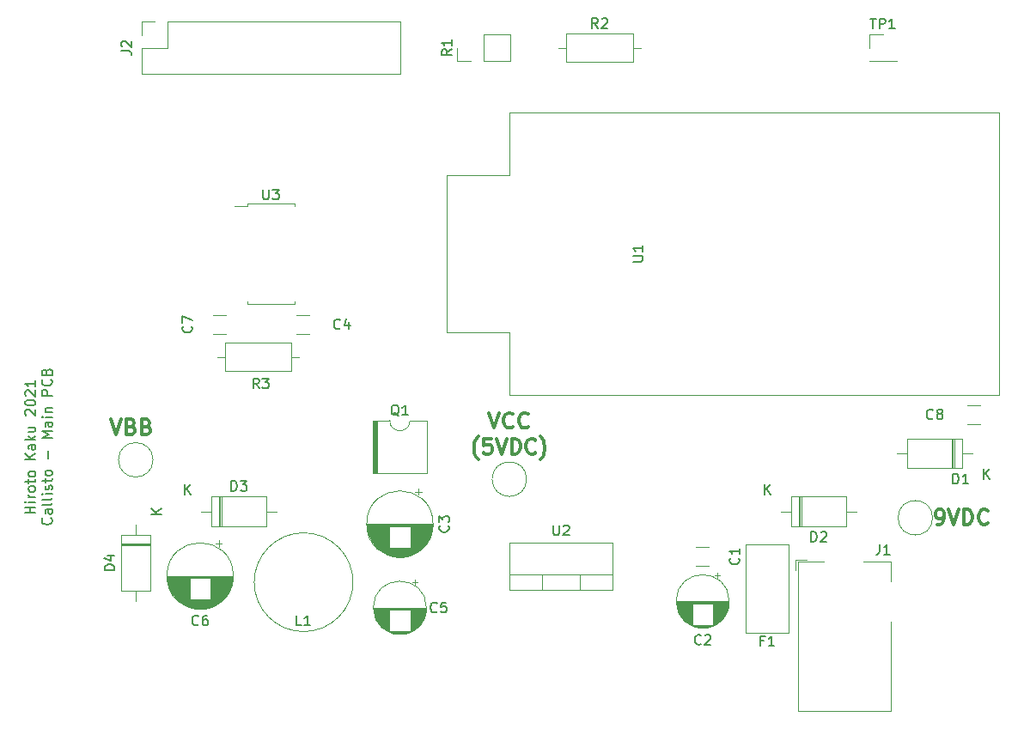
<source format=gto>
G04 #@! TF.GenerationSoftware,KiCad,Pcbnew,(5.1.10)-1*
G04 #@! TF.CreationDate,2021-09-26T16:33:56-04:00*
G04 #@! TF.ProjectId,schematics_main,73636865-6d61-4746-9963-735f6d61696e,rev?*
G04 #@! TF.SameCoordinates,Original*
G04 #@! TF.FileFunction,Legend,Top*
G04 #@! TF.FilePolarity,Positive*
%FSLAX46Y46*%
G04 Gerber Fmt 4.6, Leading zero omitted, Abs format (unit mm)*
G04 Created by KiCad (PCBNEW (5.1.10)-1) date 2021-09-26 16:33:56*
%MOMM*%
%LPD*%
G01*
G04 APERTURE LIST*
%ADD10C,0.150000*%
%ADD11C,0.300000*%
%ADD12C,0.120000*%
%ADD13R,1.524000X1.524000*%
%ADD14C,1.524000*%
%ADD15R,1.800000X1.800000*%
%ADD16O,1.800000X1.800000*%
%ADD17R,1.800000X2.800000*%
%ADD18R,1.700000X1.700000*%
%ADD19O,1.700000X1.700000*%
%ADD20C,2.600000*%
%ADD21O,1.905000X2.000000*%
%ADD22R,1.905000X2.000000*%
%ADD23C,1.600000*%
%ADD24O,1.600000X1.600000*%
%ADD25O,2.200000X2.200000*%
%ADD26R,2.200000X2.200000*%
%ADD27C,3.000000*%
%ADD28C,6.400000*%
%ADD29C,2.000000*%
%ADD30R,3.500000X3.500000*%
%ADD31R,1.600000X1.600000*%
G04 APERTURE END LIST*
D10*
X157742380Y-139215000D02*
X156742380Y-139215000D01*
X157218571Y-139215000D02*
X157218571Y-138643571D01*
X157742380Y-138643571D02*
X156742380Y-138643571D01*
X157742380Y-138167380D02*
X157075714Y-138167380D01*
X156742380Y-138167380D02*
X156790000Y-138215000D01*
X156837619Y-138167380D01*
X156790000Y-138119761D01*
X156742380Y-138167380D01*
X156837619Y-138167380D01*
X157742380Y-137691190D02*
X157075714Y-137691190D01*
X157266190Y-137691190D02*
X157170952Y-137643571D01*
X157123333Y-137595952D01*
X157075714Y-137500714D01*
X157075714Y-137405476D01*
X157742380Y-136929285D02*
X157694761Y-137024523D01*
X157647142Y-137072142D01*
X157551904Y-137119761D01*
X157266190Y-137119761D01*
X157170952Y-137072142D01*
X157123333Y-137024523D01*
X157075714Y-136929285D01*
X157075714Y-136786428D01*
X157123333Y-136691190D01*
X157170952Y-136643571D01*
X157266190Y-136595952D01*
X157551904Y-136595952D01*
X157647142Y-136643571D01*
X157694761Y-136691190D01*
X157742380Y-136786428D01*
X157742380Y-136929285D01*
X157075714Y-136310238D02*
X157075714Y-135929285D01*
X156742380Y-136167380D02*
X157599523Y-136167380D01*
X157694761Y-136119761D01*
X157742380Y-136024523D01*
X157742380Y-135929285D01*
X157742380Y-135453095D02*
X157694761Y-135548333D01*
X157647142Y-135595952D01*
X157551904Y-135643571D01*
X157266190Y-135643571D01*
X157170952Y-135595952D01*
X157123333Y-135548333D01*
X157075714Y-135453095D01*
X157075714Y-135310238D01*
X157123333Y-135215000D01*
X157170952Y-135167380D01*
X157266190Y-135119761D01*
X157551904Y-135119761D01*
X157647142Y-135167380D01*
X157694761Y-135215000D01*
X157742380Y-135310238D01*
X157742380Y-135453095D01*
X157742380Y-133929285D02*
X156742380Y-133929285D01*
X157742380Y-133357857D02*
X157170952Y-133786428D01*
X156742380Y-133357857D02*
X157313809Y-133929285D01*
X157742380Y-132500714D02*
X157218571Y-132500714D01*
X157123333Y-132548333D01*
X157075714Y-132643571D01*
X157075714Y-132834047D01*
X157123333Y-132929285D01*
X157694761Y-132500714D02*
X157742380Y-132595952D01*
X157742380Y-132834047D01*
X157694761Y-132929285D01*
X157599523Y-132976904D01*
X157504285Y-132976904D01*
X157409047Y-132929285D01*
X157361428Y-132834047D01*
X157361428Y-132595952D01*
X157313809Y-132500714D01*
X157742380Y-132024523D02*
X156742380Y-132024523D01*
X157361428Y-131929285D02*
X157742380Y-131643571D01*
X157075714Y-131643571D02*
X157456666Y-132024523D01*
X157075714Y-130786428D02*
X157742380Y-130786428D01*
X157075714Y-131215000D02*
X157599523Y-131215000D01*
X157694761Y-131167380D01*
X157742380Y-131072142D01*
X157742380Y-130929285D01*
X157694761Y-130834047D01*
X157647142Y-130786428D01*
X156837619Y-129595952D02*
X156790000Y-129548333D01*
X156742380Y-129453095D01*
X156742380Y-129215000D01*
X156790000Y-129119761D01*
X156837619Y-129072142D01*
X156932857Y-129024523D01*
X157028095Y-129024523D01*
X157170952Y-129072142D01*
X157742380Y-129643571D01*
X157742380Y-129024523D01*
X156742380Y-128405476D02*
X156742380Y-128310238D01*
X156790000Y-128215000D01*
X156837619Y-128167380D01*
X156932857Y-128119761D01*
X157123333Y-128072142D01*
X157361428Y-128072142D01*
X157551904Y-128119761D01*
X157647142Y-128167380D01*
X157694761Y-128215000D01*
X157742380Y-128310238D01*
X157742380Y-128405476D01*
X157694761Y-128500714D01*
X157647142Y-128548333D01*
X157551904Y-128595952D01*
X157361428Y-128643571D01*
X157123333Y-128643571D01*
X156932857Y-128595952D01*
X156837619Y-128548333D01*
X156790000Y-128500714D01*
X156742380Y-128405476D01*
X156837619Y-127691190D02*
X156790000Y-127643571D01*
X156742380Y-127548333D01*
X156742380Y-127310238D01*
X156790000Y-127215000D01*
X156837619Y-127167380D01*
X156932857Y-127119761D01*
X157028095Y-127119761D01*
X157170952Y-127167380D01*
X157742380Y-127738809D01*
X157742380Y-127119761D01*
X157742380Y-126167380D02*
X157742380Y-126738809D01*
X157742380Y-126453095D02*
X156742380Y-126453095D01*
X156885238Y-126548333D01*
X156980476Y-126643571D01*
X157028095Y-126738809D01*
X159297142Y-139738809D02*
X159344761Y-139786428D01*
X159392380Y-139929285D01*
X159392380Y-140024523D01*
X159344761Y-140167380D01*
X159249523Y-140262619D01*
X159154285Y-140310238D01*
X158963809Y-140357857D01*
X158820952Y-140357857D01*
X158630476Y-140310238D01*
X158535238Y-140262619D01*
X158440000Y-140167380D01*
X158392380Y-140024523D01*
X158392380Y-139929285D01*
X158440000Y-139786428D01*
X158487619Y-139738809D01*
X159392380Y-138881666D02*
X158868571Y-138881666D01*
X158773333Y-138929285D01*
X158725714Y-139024523D01*
X158725714Y-139215000D01*
X158773333Y-139310238D01*
X159344761Y-138881666D02*
X159392380Y-138976904D01*
X159392380Y-139215000D01*
X159344761Y-139310238D01*
X159249523Y-139357857D01*
X159154285Y-139357857D01*
X159059047Y-139310238D01*
X159011428Y-139215000D01*
X159011428Y-138976904D01*
X158963809Y-138881666D01*
X159392380Y-138262619D02*
X159344761Y-138357857D01*
X159249523Y-138405476D01*
X158392380Y-138405476D01*
X159392380Y-137738809D02*
X159344761Y-137834047D01*
X159249523Y-137881666D01*
X158392380Y-137881666D01*
X159392380Y-137357857D02*
X158725714Y-137357857D01*
X158392380Y-137357857D02*
X158440000Y-137405476D01*
X158487619Y-137357857D01*
X158440000Y-137310238D01*
X158392380Y-137357857D01*
X158487619Y-137357857D01*
X159344761Y-136929285D02*
X159392380Y-136834047D01*
X159392380Y-136643571D01*
X159344761Y-136548333D01*
X159249523Y-136500714D01*
X159201904Y-136500714D01*
X159106666Y-136548333D01*
X159059047Y-136643571D01*
X159059047Y-136786428D01*
X159011428Y-136881666D01*
X158916190Y-136929285D01*
X158868571Y-136929285D01*
X158773333Y-136881666D01*
X158725714Y-136786428D01*
X158725714Y-136643571D01*
X158773333Y-136548333D01*
X158725714Y-136215000D02*
X158725714Y-135834047D01*
X158392380Y-136072142D02*
X159249523Y-136072142D01*
X159344761Y-136024523D01*
X159392380Y-135929285D01*
X159392380Y-135834047D01*
X159392380Y-135357857D02*
X159344761Y-135453095D01*
X159297142Y-135500714D01*
X159201904Y-135548333D01*
X158916190Y-135548333D01*
X158820952Y-135500714D01*
X158773333Y-135453095D01*
X158725714Y-135357857D01*
X158725714Y-135215000D01*
X158773333Y-135119761D01*
X158820952Y-135072142D01*
X158916190Y-135024523D01*
X159201904Y-135024523D01*
X159297142Y-135072142D01*
X159344761Y-135119761D01*
X159392380Y-135215000D01*
X159392380Y-135357857D01*
X159011428Y-133834047D02*
X159011428Y-133072142D01*
X159392380Y-131834047D02*
X158392380Y-131834047D01*
X159106666Y-131500714D01*
X158392380Y-131167380D01*
X159392380Y-131167380D01*
X159392380Y-130262619D02*
X158868571Y-130262619D01*
X158773333Y-130310238D01*
X158725714Y-130405476D01*
X158725714Y-130595952D01*
X158773333Y-130691190D01*
X159344761Y-130262619D02*
X159392380Y-130357857D01*
X159392380Y-130595952D01*
X159344761Y-130691190D01*
X159249523Y-130738809D01*
X159154285Y-130738809D01*
X159059047Y-130691190D01*
X159011428Y-130595952D01*
X159011428Y-130357857D01*
X158963809Y-130262619D01*
X159392380Y-129786428D02*
X158725714Y-129786428D01*
X158392380Y-129786428D02*
X158440000Y-129834047D01*
X158487619Y-129786428D01*
X158440000Y-129738809D01*
X158392380Y-129786428D01*
X158487619Y-129786428D01*
X158725714Y-129310238D02*
X159392380Y-129310238D01*
X158820952Y-129310238D02*
X158773333Y-129262619D01*
X158725714Y-129167380D01*
X158725714Y-129024523D01*
X158773333Y-128929285D01*
X158868571Y-128881666D01*
X159392380Y-128881666D01*
X159392380Y-127643571D02*
X158392380Y-127643571D01*
X158392380Y-127262619D01*
X158440000Y-127167380D01*
X158487619Y-127119761D01*
X158582857Y-127072142D01*
X158725714Y-127072142D01*
X158820952Y-127119761D01*
X158868571Y-127167380D01*
X158916190Y-127262619D01*
X158916190Y-127643571D01*
X159297142Y-126072142D02*
X159344761Y-126119761D01*
X159392380Y-126262619D01*
X159392380Y-126357857D01*
X159344761Y-126500714D01*
X159249523Y-126595952D01*
X159154285Y-126643571D01*
X158963809Y-126691190D01*
X158820952Y-126691190D01*
X158630476Y-126643571D01*
X158535238Y-126595952D01*
X158440000Y-126500714D01*
X158392380Y-126357857D01*
X158392380Y-126262619D01*
X158440000Y-126119761D01*
X158487619Y-126072142D01*
X158868571Y-125310238D02*
X158916190Y-125167380D01*
X158963809Y-125119761D01*
X159059047Y-125072142D01*
X159201904Y-125072142D01*
X159297142Y-125119761D01*
X159344761Y-125167380D01*
X159392380Y-125262619D01*
X159392380Y-125643571D01*
X158392380Y-125643571D01*
X158392380Y-125310238D01*
X158440000Y-125215000D01*
X158487619Y-125167380D01*
X158582857Y-125119761D01*
X158678095Y-125119761D01*
X158773333Y-125167380D01*
X158820952Y-125215000D01*
X158868571Y-125310238D01*
X158868571Y-125643571D01*
D11*
X246614285Y-140378571D02*
X246900000Y-140378571D01*
X247042857Y-140307142D01*
X247114285Y-140235714D01*
X247257142Y-140021428D01*
X247328571Y-139735714D01*
X247328571Y-139164285D01*
X247257142Y-139021428D01*
X247185714Y-138950000D01*
X247042857Y-138878571D01*
X246757142Y-138878571D01*
X246614285Y-138950000D01*
X246542857Y-139021428D01*
X246471428Y-139164285D01*
X246471428Y-139521428D01*
X246542857Y-139664285D01*
X246614285Y-139735714D01*
X246757142Y-139807142D01*
X247042857Y-139807142D01*
X247185714Y-139735714D01*
X247257142Y-139664285D01*
X247328571Y-139521428D01*
X247757142Y-138878571D02*
X248257142Y-140378571D01*
X248757142Y-138878571D01*
X249257142Y-140378571D02*
X249257142Y-138878571D01*
X249614285Y-138878571D01*
X249828571Y-138950000D01*
X249971428Y-139092857D01*
X250042857Y-139235714D01*
X250114285Y-139521428D01*
X250114285Y-139735714D01*
X250042857Y-140021428D01*
X249971428Y-140164285D01*
X249828571Y-140307142D01*
X249614285Y-140378571D01*
X249257142Y-140378571D01*
X251614285Y-140235714D02*
X251542857Y-140307142D01*
X251328571Y-140378571D01*
X251185714Y-140378571D01*
X250971428Y-140307142D01*
X250828571Y-140164285D01*
X250757142Y-140021428D01*
X250685714Y-139735714D01*
X250685714Y-139521428D01*
X250757142Y-139235714D01*
X250828571Y-139092857D01*
X250971428Y-138950000D01*
X251185714Y-138878571D01*
X251328571Y-138878571D01*
X251542857Y-138950000D01*
X251614285Y-139021428D01*
X165207142Y-129988571D02*
X165707142Y-131488571D01*
X166207142Y-129988571D01*
X167207142Y-130702857D02*
X167421428Y-130774285D01*
X167492857Y-130845714D01*
X167564285Y-130988571D01*
X167564285Y-131202857D01*
X167492857Y-131345714D01*
X167421428Y-131417142D01*
X167278571Y-131488571D01*
X166707142Y-131488571D01*
X166707142Y-129988571D01*
X167207142Y-129988571D01*
X167350000Y-130060000D01*
X167421428Y-130131428D01*
X167492857Y-130274285D01*
X167492857Y-130417142D01*
X167421428Y-130560000D01*
X167350000Y-130631428D01*
X167207142Y-130702857D01*
X166707142Y-130702857D01*
X168707142Y-130702857D02*
X168921428Y-130774285D01*
X168992857Y-130845714D01*
X169064285Y-130988571D01*
X169064285Y-131202857D01*
X168992857Y-131345714D01*
X168921428Y-131417142D01*
X168778571Y-131488571D01*
X168207142Y-131488571D01*
X168207142Y-129988571D01*
X168707142Y-129988571D01*
X168850000Y-130060000D01*
X168921428Y-130131428D01*
X168992857Y-130274285D01*
X168992857Y-130417142D01*
X168921428Y-130560000D01*
X168850000Y-130631428D01*
X168707142Y-130702857D01*
X168207142Y-130702857D01*
X202470000Y-129348571D02*
X202970000Y-130848571D01*
X203470000Y-129348571D01*
X204827142Y-130705714D02*
X204755714Y-130777142D01*
X204541428Y-130848571D01*
X204398571Y-130848571D01*
X204184285Y-130777142D01*
X204041428Y-130634285D01*
X203970000Y-130491428D01*
X203898571Y-130205714D01*
X203898571Y-129991428D01*
X203970000Y-129705714D01*
X204041428Y-129562857D01*
X204184285Y-129420000D01*
X204398571Y-129348571D01*
X204541428Y-129348571D01*
X204755714Y-129420000D01*
X204827142Y-129491428D01*
X206327142Y-130705714D02*
X206255714Y-130777142D01*
X206041428Y-130848571D01*
X205898571Y-130848571D01*
X205684285Y-130777142D01*
X205541428Y-130634285D01*
X205470000Y-130491428D01*
X205398571Y-130205714D01*
X205398571Y-129991428D01*
X205470000Y-129705714D01*
X205541428Y-129562857D01*
X205684285Y-129420000D01*
X205898571Y-129348571D01*
X206041428Y-129348571D01*
X206255714Y-129420000D01*
X206327142Y-129491428D01*
X201398571Y-133970000D02*
X201327142Y-133898571D01*
X201184285Y-133684285D01*
X201112857Y-133541428D01*
X201041428Y-133327142D01*
X200970000Y-132970000D01*
X200970000Y-132684285D01*
X201041428Y-132327142D01*
X201112857Y-132112857D01*
X201184285Y-131970000D01*
X201327142Y-131755714D01*
X201398571Y-131684285D01*
X202684285Y-131898571D02*
X201970000Y-131898571D01*
X201898571Y-132612857D01*
X201970000Y-132541428D01*
X202112857Y-132470000D01*
X202470000Y-132470000D01*
X202612857Y-132541428D01*
X202684285Y-132612857D01*
X202755714Y-132755714D01*
X202755714Y-133112857D01*
X202684285Y-133255714D01*
X202612857Y-133327142D01*
X202470000Y-133398571D01*
X202112857Y-133398571D01*
X201970000Y-133327142D01*
X201898571Y-133255714D01*
X203184285Y-131898571D02*
X203684285Y-133398571D01*
X204184285Y-131898571D01*
X204684285Y-133398571D02*
X204684285Y-131898571D01*
X205041428Y-131898571D01*
X205255714Y-131970000D01*
X205398571Y-132112857D01*
X205470000Y-132255714D01*
X205541428Y-132541428D01*
X205541428Y-132755714D01*
X205470000Y-133041428D01*
X205398571Y-133184285D01*
X205255714Y-133327142D01*
X205041428Y-133398571D01*
X204684285Y-133398571D01*
X207041428Y-133255714D02*
X206970000Y-133327142D01*
X206755714Y-133398571D01*
X206612857Y-133398571D01*
X206398571Y-133327142D01*
X206255714Y-133184285D01*
X206184285Y-133041428D01*
X206112857Y-132755714D01*
X206112857Y-132541428D01*
X206184285Y-132255714D01*
X206255714Y-132112857D01*
X206398571Y-131970000D01*
X206612857Y-131898571D01*
X206755714Y-131898571D01*
X206970000Y-131970000D01*
X207041428Y-132041428D01*
X207541428Y-133970000D02*
X207612857Y-133898571D01*
X207755714Y-133684285D01*
X207827142Y-133541428D01*
X207898571Y-133327142D01*
X207970000Y-132970000D01*
X207970000Y-132684285D01*
X207898571Y-132327142D01*
X207827142Y-132112857D01*
X207755714Y-131970000D01*
X207612857Y-131755714D01*
X207541428Y-131684285D01*
D12*
X198300000Y-105915000D02*
X198300000Y-121415000D01*
X204500000Y-105915000D02*
X198300000Y-105915000D01*
X204500000Y-99715000D02*
X204500000Y-105915000D01*
X252700000Y-99715000D02*
X204500000Y-99715000D01*
X252700000Y-127615000D02*
X252700000Y-99715000D01*
X204500000Y-127615000D02*
X252700000Y-127615000D01*
X204500000Y-121415000D02*
X204500000Y-127615000D01*
X198300000Y-121415000D02*
X204500000Y-121415000D01*
X196325000Y-130115000D02*
X194675000Y-130115000D01*
X196325000Y-135315000D02*
X196325000Y-130115000D01*
X191025000Y-135315000D02*
X196325000Y-135315000D01*
X191025000Y-130115000D02*
X191025000Y-135315000D01*
X192675000Y-130115000D02*
X191025000Y-130115000D01*
X191265000Y-130145000D02*
X191265000Y-135245000D01*
X191175000Y-130115000D02*
X191175000Y-135315000D01*
X191075000Y-135315000D02*
X191075000Y-130115000D01*
X191375000Y-130115000D02*
X191375000Y-135315000D01*
X191475000Y-135315000D02*
X191475000Y-130115000D01*
X194675000Y-130115000D02*
G75*
G02*
X192675000Y-130115000I-1000000J0D01*
G01*
X239970000Y-94675000D02*
X242630000Y-94675000D01*
X239970000Y-94615000D02*
X239970000Y-94675000D01*
X242630000Y-94615000D02*
X242630000Y-94675000D01*
X239970000Y-94615000D02*
X242630000Y-94615000D01*
X239970000Y-93345000D02*
X239970000Y-92015000D01*
X239970000Y-92015000D02*
X241300000Y-92015000D01*
X204530000Y-94675000D02*
X204530000Y-92015000D01*
X201930000Y-94675000D02*
X204530000Y-94675000D01*
X201930000Y-92015000D02*
X204530000Y-92015000D01*
X201930000Y-94675000D02*
X201930000Y-92015000D01*
X200660000Y-94675000D02*
X199330000Y-94675000D01*
X199330000Y-94675000D02*
X199330000Y-93345000D01*
X189060000Y-146050000D02*
G75*
G03*
X189060000Y-146050000I-4870000J0D01*
G01*
X214670000Y-146780000D02*
X204430000Y-146780000D01*
X214670000Y-142139000D02*
X204430000Y-142139000D01*
X214670000Y-146780000D02*
X214670000Y-142139000D01*
X204430000Y-146780000D02*
X204430000Y-142139000D01*
X214670000Y-145270000D02*
X204430000Y-145270000D01*
X211400000Y-146780000D02*
X211400000Y-145270000D01*
X207699000Y-146780000D02*
X207699000Y-145270000D01*
X250839000Y-130460000D02*
X249581000Y-130460000D01*
X250839000Y-128620000D02*
X249581000Y-128620000D01*
X176435000Y-122455000D02*
X176435000Y-125195000D01*
X176435000Y-125195000D02*
X182975000Y-125195000D01*
X182975000Y-125195000D02*
X182975000Y-122455000D01*
X182975000Y-122455000D02*
X176435000Y-122455000D01*
X175665000Y-123825000D02*
X176435000Y-123825000D01*
X183745000Y-123825000D02*
X182975000Y-123825000D01*
X210090000Y-91975000D02*
X210090000Y-94715000D01*
X210090000Y-94715000D02*
X216630000Y-94715000D01*
X216630000Y-94715000D02*
X216630000Y-91975000D01*
X216630000Y-91975000D02*
X210090000Y-91975000D01*
X209320000Y-93345000D02*
X210090000Y-93345000D01*
X217400000Y-93345000D02*
X216630000Y-93345000D01*
X169110000Y-141425000D02*
X166170000Y-141425000D01*
X166170000Y-141425000D02*
X166170000Y-146865000D01*
X166170000Y-146865000D02*
X169110000Y-146865000D01*
X169110000Y-146865000D02*
X169110000Y-141425000D01*
X167640000Y-140405000D02*
X167640000Y-141425000D01*
X167640000Y-147885000D02*
X167640000Y-146865000D01*
X169110000Y-142325000D02*
X166170000Y-142325000D01*
X169110000Y-142445000D02*
X166170000Y-142445000D01*
X169110000Y-142205000D02*
X166170000Y-142205000D01*
X175080000Y-137595000D02*
X175080000Y-140535000D01*
X175080000Y-140535000D02*
X180520000Y-140535000D01*
X180520000Y-140535000D02*
X180520000Y-137595000D01*
X180520000Y-137595000D02*
X175080000Y-137595000D01*
X174060000Y-139065000D02*
X175080000Y-139065000D01*
X181540000Y-139065000D02*
X180520000Y-139065000D01*
X175980000Y-137595000D02*
X175980000Y-140535000D01*
X176100000Y-137595000D02*
X176100000Y-140535000D01*
X175860000Y-137595000D02*
X175860000Y-140535000D01*
X232230000Y-137595000D02*
X232230000Y-140535000D01*
X232230000Y-140535000D02*
X237670000Y-140535000D01*
X237670000Y-140535000D02*
X237670000Y-137595000D01*
X237670000Y-137595000D02*
X232230000Y-137595000D01*
X231210000Y-139065000D02*
X232230000Y-139065000D01*
X238690000Y-139065000D02*
X237670000Y-139065000D01*
X233130000Y-137595000D02*
X233130000Y-140535000D01*
X233250000Y-137595000D02*
X233250000Y-140535000D01*
X233010000Y-137595000D02*
X233010000Y-140535000D01*
X249100000Y-134820000D02*
X249100000Y-131880000D01*
X249100000Y-131880000D02*
X243660000Y-131880000D01*
X243660000Y-131880000D02*
X243660000Y-134820000D01*
X243660000Y-134820000D02*
X249100000Y-134820000D01*
X250120000Y-133350000D02*
X249100000Y-133350000D01*
X242640000Y-133350000D02*
X243660000Y-133350000D01*
X248200000Y-134820000D02*
X248200000Y-131880000D01*
X248080000Y-134820000D02*
X248080000Y-131880000D01*
X248320000Y-134820000D02*
X248320000Y-131880000D01*
X168215000Y-95945000D02*
X168215000Y-93345000D01*
X168215000Y-95945000D02*
X193735000Y-95945000D01*
X193735000Y-95945000D02*
X193735000Y-90745000D01*
X170815000Y-90745000D02*
X193735000Y-90745000D01*
X170815000Y-93345000D02*
X170815000Y-90745000D01*
X168215000Y-93345000D02*
X170815000Y-93345000D01*
X168215000Y-90745000D02*
X169545000Y-90745000D01*
X168215000Y-92075000D02*
X168215000Y-90745000D01*
X180955000Y-118625000D02*
X183265000Y-118625000D01*
X183265000Y-118625000D02*
X183265000Y-118350000D01*
X180955000Y-118625000D02*
X178645000Y-118625000D01*
X178645000Y-118625000D02*
X178645000Y-118350000D01*
X180955000Y-108705000D02*
X183265000Y-108705000D01*
X183265000Y-108705000D02*
X183265000Y-108980000D01*
X180955000Y-108705000D02*
X178645000Y-108705000D01*
X178645000Y-108705000D02*
X178645000Y-108980000D01*
X178645000Y-108980000D02*
X177355000Y-108980000D01*
X206170000Y-135890000D02*
G75*
G03*
X206170000Y-135890000I-1700000J0D01*
G01*
X246175000Y-139700000D02*
G75*
G03*
X246175000Y-139700000I-1700000J0D01*
G01*
X169340000Y-133985000D02*
G75*
G03*
X169340000Y-133985000I-1700000J0D01*
G01*
X232000000Y-142315000D02*
X232000000Y-151055000D01*
X232000000Y-142315000D02*
X227760000Y-142315000D01*
X227760000Y-151055000D02*
X232000000Y-151055000D01*
X227760000Y-151055000D02*
X227760000Y-142315000D01*
X233740000Y-143855000D02*
X232690000Y-143855000D01*
X232690000Y-144905000D02*
X232690000Y-143855000D01*
X242090000Y-149955000D02*
X242090000Y-158755000D01*
X242090000Y-158755000D02*
X232890000Y-158755000D01*
X239390000Y-144055000D02*
X242090000Y-144055000D01*
X242090000Y-144055000D02*
X242090000Y-145955000D01*
X232890000Y-158755000D02*
X232890000Y-144055000D01*
X232890000Y-144055000D02*
X235490000Y-144055000D01*
X176544000Y-121570000D02*
X175286000Y-121570000D01*
X176544000Y-119730000D02*
X175286000Y-119730000D01*
X177260000Y-145435000D02*
G75*
G03*
X177260000Y-145435000I-3270000J0D01*
G01*
X177220000Y-145435000D02*
X170760000Y-145435000D01*
X177220000Y-145475000D02*
X170760000Y-145475000D01*
X177220000Y-145515000D02*
X170760000Y-145515000D01*
X177218000Y-145555000D02*
X170762000Y-145555000D01*
X177217000Y-145595000D02*
X170763000Y-145595000D01*
X177214000Y-145635000D02*
X170766000Y-145635000D01*
X177212000Y-145675000D02*
X175030000Y-145675000D01*
X172950000Y-145675000D02*
X170768000Y-145675000D01*
X177208000Y-145715000D02*
X175030000Y-145715000D01*
X172950000Y-145715000D02*
X170772000Y-145715000D01*
X177205000Y-145755000D02*
X175030000Y-145755000D01*
X172950000Y-145755000D02*
X170775000Y-145755000D01*
X177201000Y-145795000D02*
X175030000Y-145795000D01*
X172950000Y-145795000D02*
X170779000Y-145795000D01*
X177196000Y-145835000D02*
X175030000Y-145835000D01*
X172950000Y-145835000D02*
X170784000Y-145835000D01*
X177191000Y-145875000D02*
X175030000Y-145875000D01*
X172950000Y-145875000D02*
X170789000Y-145875000D01*
X177185000Y-145915000D02*
X175030000Y-145915000D01*
X172950000Y-145915000D02*
X170795000Y-145915000D01*
X177179000Y-145955000D02*
X175030000Y-145955000D01*
X172950000Y-145955000D02*
X170801000Y-145955000D01*
X177172000Y-145995000D02*
X175030000Y-145995000D01*
X172950000Y-145995000D02*
X170808000Y-145995000D01*
X177165000Y-146035000D02*
X175030000Y-146035000D01*
X172950000Y-146035000D02*
X170815000Y-146035000D01*
X177157000Y-146075000D02*
X175030000Y-146075000D01*
X172950000Y-146075000D02*
X170823000Y-146075000D01*
X177149000Y-146115000D02*
X175030000Y-146115000D01*
X172950000Y-146115000D02*
X170831000Y-146115000D01*
X177140000Y-146156000D02*
X175030000Y-146156000D01*
X172950000Y-146156000D02*
X170840000Y-146156000D01*
X177131000Y-146196000D02*
X175030000Y-146196000D01*
X172950000Y-146196000D02*
X170849000Y-146196000D01*
X177121000Y-146236000D02*
X175030000Y-146236000D01*
X172950000Y-146236000D02*
X170859000Y-146236000D01*
X177111000Y-146276000D02*
X175030000Y-146276000D01*
X172950000Y-146276000D02*
X170869000Y-146276000D01*
X177100000Y-146316000D02*
X175030000Y-146316000D01*
X172950000Y-146316000D02*
X170880000Y-146316000D01*
X177088000Y-146356000D02*
X175030000Y-146356000D01*
X172950000Y-146356000D02*
X170892000Y-146356000D01*
X177076000Y-146396000D02*
X175030000Y-146396000D01*
X172950000Y-146396000D02*
X170904000Y-146396000D01*
X177064000Y-146436000D02*
X175030000Y-146436000D01*
X172950000Y-146436000D02*
X170916000Y-146436000D01*
X177051000Y-146476000D02*
X175030000Y-146476000D01*
X172950000Y-146476000D02*
X170929000Y-146476000D01*
X177037000Y-146516000D02*
X175030000Y-146516000D01*
X172950000Y-146516000D02*
X170943000Y-146516000D01*
X177023000Y-146556000D02*
X175030000Y-146556000D01*
X172950000Y-146556000D02*
X170957000Y-146556000D01*
X177008000Y-146596000D02*
X175030000Y-146596000D01*
X172950000Y-146596000D02*
X170972000Y-146596000D01*
X176992000Y-146636000D02*
X175030000Y-146636000D01*
X172950000Y-146636000D02*
X170988000Y-146636000D01*
X176976000Y-146676000D02*
X175030000Y-146676000D01*
X172950000Y-146676000D02*
X171004000Y-146676000D01*
X176960000Y-146716000D02*
X175030000Y-146716000D01*
X172950000Y-146716000D02*
X171020000Y-146716000D01*
X176942000Y-146756000D02*
X175030000Y-146756000D01*
X172950000Y-146756000D02*
X171038000Y-146756000D01*
X176924000Y-146796000D02*
X175030000Y-146796000D01*
X172950000Y-146796000D02*
X171056000Y-146796000D01*
X176906000Y-146836000D02*
X175030000Y-146836000D01*
X172950000Y-146836000D02*
X171074000Y-146836000D01*
X176886000Y-146876000D02*
X175030000Y-146876000D01*
X172950000Y-146876000D02*
X171094000Y-146876000D01*
X176866000Y-146916000D02*
X175030000Y-146916000D01*
X172950000Y-146916000D02*
X171114000Y-146916000D01*
X176846000Y-146956000D02*
X175030000Y-146956000D01*
X172950000Y-146956000D02*
X171134000Y-146956000D01*
X176824000Y-146996000D02*
X175030000Y-146996000D01*
X172950000Y-146996000D02*
X171156000Y-146996000D01*
X176802000Y-147036000D02*
X175030000Y-147036000D01*
X172950000Y-147036000D02*
X171178000Y-147036000D01*
X176780000Y-147076000D02*
X175030000Y-147076000D01*
X172950000Y-147076000D02*
X171200000Y-147076000D01*
X176756000Y-147116000D02*
X175030000Y-147116000D01*
X172950000Y-147116000D02*
X171224000Y-147116000D01*
X176732000Y-147156000D02*
X175030000Y-147156000D01*
X172950000Y-147156000D02*
X171248000Y-147156000D01*
X176706000Y-147196000D02*
X175030000Y-147196000D01*
X172950000Y-147196000D02*
X171274000Y-147196000D01*
X176680000Y-147236000D02*
X175030000Y-147236000D01*
X172950000Y-147236000D02*
X171300000Y-147236000D01*
X176654000Y-147276000D02*
X175030000Y-147276000D01*
X172950000Y-147276000D02*
X171326000Y-147276000D01*
X176626000Y-147316000D02*
X175030000Y-147316000D01*
X172950000Y-147316000D02*
X171354000Y-147316000D01*
X176597000Y-147356000D02*
X175030000Y-147356000D01*
X172950000Y-147356000D02*
X171383000Y-147356000D01*
X176568000Y-147396000D02*
X175030000Y-147396000D01*
X172950000Y-147396000D02*
X171412000Y-147396000D01*
X176538000Y-147436000D02*
X175030000Y-147436000D01*
X172950000Y-147436000D02*
X171442000Y-147436000D01*
X176506000Y-147476000D02*
X175030000Y-147476000D01*
X172950000Y-147476000D02*
X171474000Y-147476000D01*
X176474000Y-147516000D02*
X175030000Y-147516000D01*
X172950000Y-147516000D02*
X171506000Y-147516000D01*
X176440000Y-147556000D02*
X175030000Y-147556000D01*
X172950000Y-147556000D02*
X171540000Y-147556000D01*
X176406000Y-147596000D02*
X175030000Y-147596000D01*
X172950000Y-147596000D02*
X171574000Y-147596000D01*
X176370000Y-147636000D02*
X175030000Y-147636000D01*
X172950000Y-147636000D02*
X171610000Y-147636000D01*
X176333000Y-147676000D02*
X175030000Y-147676000D01*
X172950000Y-147676000D02*
X171647000Y-147676000D01*
X176295000Y-147716000D02*
X175030000Y-147716000D01*
X172950000Y-147716000D02*
X171685000Y-147716000D01*
X176255000Y-147756000D02*
X171725000Y-147756000D01*
X176214000Y-147796000D02*
X171766000Y-147796000D01*
X176172000Y-147836000D02*
X171808000Y-147836000D01*
X176127000Y-147876000D02*
X171853000Y-147876000D01*
X176082000Y-147916000D02*
X171898000Y-147916000D01*
X176034000Y-147956000D02*
X171946000Y-147956000D01*
X175985000Y-147996000D02*
X171995000Y-147996000D01*
X175934000Y-148036000D02*
X172046000Y-148036000D01*
X175880000Y-148076000D02*
X172100000Y-148076000D01*
X175824000Y-148116000D02*
X172156000Y-148116000D01*
X175766000Y-148156000D02*
X172214000Y-148156000D01*
X175704000Y-148196000D02*
X172276000Y-148196000D01*
X175640000Y-148236000D02*
X172340000Y-148236000D01*
X175571000Y-148276000D02*
X172409000Y-148276000D01*
X175499000Y-148316000D02*
X172481000Y-148316000D01*
X175422000Y-148356000D02*
X172558000Y-148356000D01*
X175340000Y-148396000D02*
X172640000Y-148396000D01*
X175252000Y-148436000D02*
X172728000Y-148436000D01*
X175155000Y-148476000D02*
X172825000Y-148476000D01*
X175049000Y-148516000D02*
X172931000Y-148516000D01*
X174930000Y-148556000D02*
X173050000Y-148556000D01*
X174792000Y-148596000D02*
X173188000Y-148596000D01*
X174623000Y-148636000D02*
X173357000Y-148636000D01*
X174392000Y-148676000D02*
X173588000Y-148676000D01*
X175829000Y-141934759D02*
X175829000Y-142564759D01*
X176144000Y-142249759D02*
X175514000Y-142249759D01*
X195400000Y-146015225D02*
X194900000Y-146015225D01*
X195150000Y-145765225D02*
X195150000Y-146265225D01*
X193959000Y-151171000D02*
X193391000Y-151171000D01*
X194193000Y-151131000D02*
X193157000Y-151131000D01*
X194352000Y-151091000D02*
X192998000Y-151091000D01*
X194480000Y-151051000D02*
X192870000Y-151051000D01*
X194590000Y-151011000D02*
X192760000Y-151011000D01*
X194686000Y-150971000D02*
X192664000Y-150971000D01*
X194773000Y-150931000D02*
X192577000Y-150931000D01*
X194853000Y-150891000D02*
X192497000Y-150891000D01*
X192635000Y-150851000D02*
X192424000Y-150851000D01*
X194926000Y-150851000D02*
X194715000Y-150851000D01*
X192635000Y-150811000D02*
X192356000Y-150811000D01*
X194994000Y-150811000D02*
X194715000Y-150811000D01*
X192635000Y-150771000D02*
X192292000Y-150771000D01*
X195058000Y-150771000D02*
X194715000Y-150771000D01*
X192635000Y-150731000D02*
X192232000Y-150731000D01*
X195118000Y-150731000D02*
X194715000Y-150731000D01*
X192635000Y-150691000D02*
X192175000Y-150691000D01*
X195175000Y-150691000D02*
X194715000Y-150691000D01*
X192635000Y-150651000D02*
X192121000Y-150651000D01*
X195229000Y-150651000D02*
X194715000Y-150651000D01*
X192635000Y-150611000D02*
X192070000Y-150611000D01*
X195280000Y-150611000D02*
X194715000Y-150611000D01*
X192635000Y-150571000D02*
X192022000Y-150571000D01*
X195328000Y-150571000D02*
X194715000Y-150571000D01*
X192635000Y-150531000D02*
X191976000Y-150531000D01*
X195374000Y-150531000D02*
X194715000Y-150531000D01*
X192635000Y-150491000D02*
X191932000Y-150491000D01*
X195418000Y-150491000D02*
X194715000Y-150491000D01*
X192635000Y-150451000D02*
X191890000Y-150451000D01*
X195460000Y-150451000D02*
X194715000Y-150451000D01*
X192635000Y-150411000D02*
X191849000Y-150411000D01*
X195501000Y-150411000D02*
X194715000Y-150411000D01*
X192635000Y-150371000D02*
X191811000Y-150371000D01*
X195539000Y-150371000D02*
X194715000Y-150371000D01*
X192635000Y-150331000D02*
X191774000Y-150331000D01*
X195576000Y-150331000D02*
X194715000Y-150331000D01*
X192635000Y-150291000D02*
X191738000Y-150291000D01*
X195612000Y-150291000D02*
X194715000Y-150291000D01*
X192635000Y-150251000D02*
X191704000Y-150251000D01*
X195646000Y-150251000D02*
X194715000Y-150251000D01*
X192635000Y-150211000D02*
X191671000Y-150211000D01*
X195679000Y-150211000D02*
X194715000Y-150211000D01*
X192635000Y-150171000D02*
X191640000Y-150171000D01*
X195710000Y-150171000D02*
X194715000Y-150171000D01*
X192635000Y-150131000D02*
X191610000Y-150131000D01*
X195740000Y-150131000D02*
X194715000Y-150131000D01*
X192635000Y-150091000D02*
X191580000Y-150091000D01*
X195770000Y-150091000D02*
X194715000Y-150091000D01*
X192635000Y-150051000D02*
X191553000Y-150051000D01*
X195797000Y-150051000D02*
X194715000Y-150051000D01*
X192635000Y-150011000D02*
X191526000Y-150011000D01*
X195824000Y-150011000D02*
X194715000Y-150011000D01*
X192635000Y-149971000D02*
X191500000Y-149971000D01*
X195850000Y-149971000D02*
X194715000Y-149971000D01*
X192635000Y-149931000D02*
X191475000Y-149931000D01*
X195875000Y-149931000D02*
X194715000Y-149931000D01*
X192635000Y-149891000D02*
X191451000Y-149891000D01*
X195899000Y-149891000D02*
X194715000Y-149891000D01*
X192635000Y-149851000D02*
X191428000Y-149851000D01*
X195922000Y-149851000D02*
X194715000Y-149851000D01*
X192635000Y-149811000D02*
X191407000Y-149811000D01*
X195943000Y-149811000D02*
X194715000Y-149811000D01*
X192635000Y-149771000D02*
X191385000Y-149771000D01*
X195965000Y-149771000D02*
X194715000Y-149771000D01*
X192635000Y-149731000D02*
X191365000Y-149731000D01*
X195985000Y-149731000D02*
X194715000Y-149731000D01*
X192635000Y-149691000D02*
X191346000Y-149691000D01*
X196004000Y-149691000D02*
X194715000Y-149691000D01*
X192635000Y-149651000D02*
X191327000Y-149651000D01*
X196023000Y-149651000D02*
X194715000Y-149651000D01*
X192635000Y-149611000D02*
X191310000Y-149611000D01*
X196040000Y-149611000D02*
X194715000Y-149611000D01*
X192635000Y-149571000D02*
X191293000Y-149571000D01*
X196057000Y-149571000D02*
X194715000Y-149571000D01*
X192635000Y-149531000D02*
X191277000Y-149531000D01*
X196073000Y-149531000D02*
X194715000Y-149531000D01*
X192635000Y-149491000D02*
X191261000Y-149491000D01*
X196089000Y-149491000D02*
X194715000Y-149491000D01*
X192635000Y-149451000D02*
X191247000Y-149451000D01*
X196103000Y-149451000D02*
X194715000Y-149451000D01*
X192635000Y-149411000D02*
X191233000Y-149411000D01*
X196117000Y-149411000D02*
X194715000Y-149411000D01*
X192635000Y-149371000D02*
X191220000Y-149371000D01*
X196130000Y-149371000D02*
X194715000Y-149371000D01*
X192635000Y-149331000D02*
X191207000Y-149331000D01*
X196143000Y-149331000D02*
X194715000Y-149331000D01*
X192635000Y-149291000D02*
X191195000Y-149291000D01*
X196155000Y-149291000D02*
X194715000Y-149291000D01*
X192635000Y-149250000D02*
X191184000Y-149250000D01*
X196166000Y-149250000D02*
X194715000Y-149250000D01*
X192635000Y-149210000D02*
X191174000Y-149210000D01*
X196176000Y-149210000D02*
X194715000Y-149210000D01*
X192635000Y-149170000D02*
X191164000Y-149170000D01*
X196186000Y-149170000D02*
X194715000Y-149170000D01*
X192635000Y-149130000D02*
X191155000Y-149130000D01*
X196195000Y-149130000D02*
X194715000Y-149130000D01*
X192635000Y-149090000D02*
X191147000Y-149090000D01*
X196203000Y-149090000D02*
X194715000Y-149090000D01*
X192635000Y-149050000D02*
X191139000Y-149050000D01*
X196211000Y-149050000D02*
X194715000Y-149050000D01*
X192635000Y-149010000D02*
X191132000Y-149010000D01*
X196218000Y-149010000D02*
X194715000Y-149010000D01*
X192635000Y-148970000D02*
X191125000Y-148970000D01*
X196225000Y-148970000D02*
X194715000Y-148970000D01*
X192635000Y-148930000D02*
X191119000Y-148930000D01*
X196231000Y-148930000D02*
X194715000Y-148930000D01*
X192635000Y-148890000D02*
X191114000Y-148890000D01*
X196236000Y-148890000D02*
X194715000Y-148890000D01*
X192635000Y-148850000D02*
X191110000Y-148850000D01*
X196240000Y-148850000D02*
X194715000Y-148850000D01*
X192635000Y-148810000D02*
X191106000Y-148810000D01*
X196244000Y-148810000D02*
X194715000Y-148810000D01*
X196248000Y-148770000D02*
X191102000Y-148770000D01*
X196251000Y-148730000D02*
X191099000Y-148730000D01*
X196253000Y-148690000D02*
X191097000Y-148690000D01*
X196254000Y-148650000D02*
X191096000Y-148650000D01*
X196255000Y-148610000D02*
X191095000Y-148610000D01*
X196255000Y-148570000D02*
X191095000Y-148570000D01*
X196295000Y-148570000D02*
G75*
G03*
X196295000Y-148570000I-2620000J0D01*
G01*
X183501000Y-119730000D02*
X184759000Y-119730000D01*
X183501000Y-121570000D02*
X184759000Y-121570000D01*
X196945000Y-140315000D02*
G75*
G03*
X196945000Y-140315000I-3270000J0D01*
G01*
X196905000Y-140315000D02*
X190445000Y-140315000D01*
X196905000Y-140355000D02*
X190445000Y-140355000D01*
X196905000Y-140395000D02*
X190445000Y-140395000D01*
X196903000Y-140435000D02*
X190447000Y-140435000D01*
X196902000Y-140475000D02*
X190448000Y-140475000D01*
X196899000Y-140515000D02*
X190451000Y-140515000D01*
X196897000Y-140555000D02*
X194715000Y-140555000D01*
X192635000Y-140555000D02*
X190453000Y-140555000D01*
X196893000Y-140595000D02*
X194715000Y-140595000D01*
X192635000Y-140595000D02*
X190457000Y-140595000D01*
X196890000Y-140635000D02*
X194715000Y-140635000D01*
X192635000Y-140635000D02*
X190460000Y-140635000D01*
X196886000Y-140675000D02*
X194715000Y-140675000D01*
X192635000Y-140675000D02*
X190464000Y-140675000D01*
X196881000Y-140715000D02*
X194715000Y-140715000D01*
X192635000Y-140715000D02*
X190469000Y-140715000D01*
X196876000Y-140755000D02*
X194715000Y-140755000D01*
X192635000Y-140755000D02*
X190474000Y-140755000D01*
X196870000Y-140795000D02*
X194715000Y-140795000D01*
X192635000Y-140795000D02*
X190480000Y-140795000D01*
X196864000Y-140835000D02*
X194715000Y-140835000D01*
X192635000Y-140835000D02*
X190486000Y-140835000D01*
X196857000Y-140875000D02*
X194715000Y-140875000D01*
X192635000Y-140875000D02*
X190493000Y-140875000D01*
X196850000Y-140915000D02*
X194715000Y-140915000D01*
X192635000Y-140915000D02*
X190500000Y-140915000D01*
X196842000Y-140955000D02*
X194715000Y-140955000D01*
X192635000Y-140955000D02*
X190508000Y-140955000D01*
X196834000Y-140995000D02*
X194715000Y-140995000D01*
X192635000Y-140995000D02*
X190516000Y-140995000D01*
X196825000Y-141036000D02*
X194715000Y-141036000D01*
X192635000Y-141036000D02*
X190525000Y-141036000D01*
X196816000Y-141076000D02*
X194715000Y-141076000D01*
X192635000Y-141076000D02*
X190534000Y-141076000D01*
X196806000Y-141116000D02*
X194715000Y-141116000D01*
X192635000Y-141116000D02*
X190544000Y-141116000D01*
X196796000Y-141156000D02*
X194715000Y-141156000D01*
X192635000Y-141156000D02*
X190554000Y-141156000D01*
X196785000Y-141196000D02*
X194715000Y-141196000D01*
X192635000Y-141196000D02*
X190565000Y-141196000D01*
X196773000Y-141236000D02*
X194715000Y-141236000D01*
X192635000Y-141236000D02*
X190577000Y-141236000D01*
X196761000Y-141276000D02*
X194715000Y-141276000D01*
X192635000Y-141276000D02*
X190589000Y-141276000D01*
X196749000Y-141316000D02*
X194715000Y-141316000D01*
X192635000Y-141316000D02*
X190601000Y-141316000D01*
X196736000Y-141356000D02*
X194715000Y-141356000D01*
X192635000Y-141356000D02*
X190614000Y-141356000D01*
X196722000Y-141396000D02*
X194715000Y-141396000D01*
X192635000Y-141396000D02*
X190628000Y-141396000D01*
X196708000Y-141436000D02*
X194715000Y-141436000D01*
X192635000Y-141436000D02*
X190642000Y-141436000D01*
X196693000Y-141476000D02*
X194715000Y-141476000D01*
X192635000Y-141476000D02*
X190657000Y-141476000D01*
X196677000Y-141516000D02*
X194715000Y-141516000D01*
X192635000Y-141516000D02*
X190673000Y-141516000D01*
X196661000Y-141556000D02*
X194715000Y-141556000D01*
X192635000Y-141556000D02*
X190689000Y-141556000D01*
X196645000Y-141596000D02*
X194715000Y-141596000D01*
X192635000Y-141596000D02*
X190705000Y-141596000D01*
X196627000Y-141636000D02*
X194715000Y-141636000D01*
X192635000Y-141636000D02*
X190723000Y-141636000D01*
X196609000Y-141676000D02*
X194715000Y-141676000D01*
X192635000Y-141676000D02*
X190741000Y-141676000D01*
X196591000Y-141716000D02*
X194715000Y-141716000D01*
X192635000Y-141716000D02*
X190759000Y-141716000D01*
X196571000Y-141756000D02*
X194715000Y-141756000D01*
X192635000Y-141756000D02*
X190779000Y-141756000D01*
X196551000Y-141796000D02*
X194715000Y-141796000D01*
X192635000Y-141796000D02*
X190799000Y-141796000D01*
X196531000Y-141836000D02*
X194715000Y-141836000D01*
X192635000Y-141836000D02*
X190819000Y-141836000D01*
X196509000Y-141876000D02*
X194715000Y-141876000D01*
X192635000Y-141876000D02*
X190841000Y-141876000D01*
X196487000Y-141916000D02*
X194715000Y-141916000D01*
X192635000Y-141916000D02*
X190863000Y-141916000D01*
X196465000Y-141956000D02*
X194715000Y-141956000D01*
X192635000Y-141956000D02*
X190885000Y-141956000D01*
X196441000Y-141996000D02*
X194715000Y-141996000D01*
X192635000Y-141996000D02*
X190909000Y-141996000D01*
X196417000Y-142036000D02*
X194715000Y-142036000D01*
X192635000Y-142036000D02*
X190933000Y-142036000D01*
X196391000Y-142076000D02*
X194715000Y-142076000D01*
X192635000Y-142076000D02*
X190959000Y-142076000D01*
X196365000Y-142116000D02*
X194715000Y-142116000D01*
X192635000Y-142116000D02*
X190985000Y-142116000D01*
X196339000Y-142156000D02*
X194715000Y-142156000D01*
X192635000Y-142156000D02*
X191011000Y-142156000D01*
X196311000Y-142196000D02*
X194715000Y-142196000D01*
X192635000Y-142196000D02*
X191039000Y-142196000D01*
X196282000Y-142236000D02*
X194715000Y-142236000D01*
X192635000Y-142236000D02*
X191068000Y-142236000D01*
X196253000Y-142276000D02*
X194715000Y-142276000D01*
X192635000Y-142276000D02*
X191097000Y-142276000D01*
X196223000Y-142316000D02*
X194715000Y-142316000D01*
X192635000Y-142316000D02*
X191127000Y-142316000D01*
X196191000Y-142356000D02*
X194715000Y-142356000D01*
X192635000Y-142356000D02*
X191159000Y-142356000D01*
X196159000Y-142396000D02*
X194715000Y-142396000D01*
X192635000Y-142396000D02*
X191191000Y-142396000D01*
X196125000Y-142436000D02*
X194715000Y-142436000D01*
X192635000Y-142436000D02*
X191225000Y-142436000D01*
X196091000Y-142476000D02*
X194715000Y-142476000D01*
X192635000Y-142476000D02*
X191259000Y-142476000D01*
X196055000Y-142516000D02*
X194715000Y-142516000D01*
X192635000Y-142516000D02*
X191295000Y-142516000D01*
X196018000Y-142556000D02*
X194715000Y-142556000D01*
X192635000Y-142556000D02*
X191332000Y-142556000D01*
X195980000Y-142596000D02*
X194715000Y-142596000D01*
X192635000Y-142596000D02*
X191370000Y-142596000D01*
X195940000Y-142636000D02*
X191410000Y-142636000D01*
X195899000Y-142676000D02*
X191451000Y-142676000D01*
X195857000Y-142716000D02*
X191493000Y-142716000D01*
X195812000Y-142756000D02*
X191538000Y-142756000D01*
X195767000Y-142796000D02*
X191583000Y-142796000D01*
X195719000Y-142836000D02*
X191631000Y-142836000D01*
X195670000Y-142876000D02*
X191680000Y-142876000D01*
X195619000Y-142916000D02*
X191731000Y-142916000D01*
X195565000Y-142956000D02*
X191785000Y-142956000D01*
X195509000Y-142996000D02*
X191841000Y-142996000D01*
X195451000Y-143036000D02*
X191899000Y-143036000D01*
X195389000Y-143076000D02*
X191961000Y-143076000D01*
X195325000Y-143116000D02*
X192025000Y-143116000D01*
X195256000Y-143156000D02*
X192094000Y-143156000D01*
X195184000Y-143196000D02*
X192166000Y-143196000D01*
X195107000Y-143236000D02*
X192243000Y-143236000D01*
X195025000Y-143276000D02*
X192325000Y-143276000D01*
X194937000Y-143316000D02*
X192413000Y-143316000D01*
X194840000Y-143356000D02*
X192510000Y-143356000D01*
X194734000Y-143396000D02*
X192616000Y-143396000D01*
X194615000Y-143436000D02*
X192735000Y-143436000D01*
X194477000Y-143476000D02*
X192873000Y-143476000D01*
X194308000Y-143516000D02*
X193042000Y-143516000D01*
X194077000Y-143556000D02*
X193273000Y-143556000D01*
X195514000Y-136814759D02*
X195514000Y-137444759D01*
X195829000Y-137129759D02*
X195199000Y-137129759D01*
X225245000Y-145380225D02*
X224745000Y-145380225D01*
X224995000Y-145130225D02*
X224995000Y-145630225D01*
X223804000Y-150536000D02*
X223236000Y-150536000D01*
X224038000Y-150496000D02*
X223002000Y-150496000D01*
X224197000Y-150456000D02*
X222843000Y-150456000D01*
X224325000Y-150416000D02*
X222715000Y-150416000D01*
X224435000Y-150376000D02*
X222605000Y-150376000D01*
X224531000Y-150336000D02*
X222509000Y-150336000D01*
X224618000Y-150296000D02*
X222422000Y-150296000D01*
X224698000Y-150256000D02*
X222342000Y-150256000D01*
X222480000Y-150216000D02*
X222269000Y-150216000D01*
X224771000Y-150216000D02*
X224560000Y-150216000D01*
X222480000Y-150176000D02*
X222201000Y-150176000D01*
X224839000Y-150176000D02*
X224560000Y-150176000D01*
X222480000Y-150136000D02*
X222137000Y-150136000D01*
X224903000Y-150136000D02*
X224560000Y-150136000D01*
X222480000Y-150096000D02*
X222077000Y-150096000D01*
X224963000Y-150096000D02*
X224560000Y-150096000D01*
X222480000Y-150056000D02*
X222020000Y-150056000D01*
X225020000Y-150056000D02*
X224560000Y-150056000D01*
X222480000Y-150016000D02*
X221966000Y-150016000D01*
X225074000Y-150016000D02*
X224560000Y-150016000D01*
X222480000Y-149976000D02*
X221915000Y-149976000D01*
X225125000Y-149976000D02*
X224560000Y-149976000D01*
X222480000Y-149936000D02*
X221867000Y-149936000D01*
X225173000Y-149936000D02*
X224560000Y-149936000D01*
X222480000Y-149896000D02*
X221821000Y-149896000D01*
X225219000Y-149896000D02*
X224560000Y-149896000D01*
X222480000Y-149856000D02*
X221777000Y-149856000D01*
X225263000Y-149856000D02*
X224560000Y-149856000D01*
X222480000Y-149816000D02*
X221735000Y-149816000D01*
X225305000Y-149816000D02*
X224560000Y-149816000D01*
X222480000Y-149776000D02*
X221694000Y-149776000D01*
X225346000Y-149776000D02*
X224560000Y-149776000D01*
X222480000Y-149736000D02*
X221656000Y-149736000D01*
X225384000Y-149736000D02*
X224560000Y-149736000D01*
X222480000Y-149696000D02*
X221619000Y-149696000D01*
X225421000Y-149696000D02*
X224560000Y-149696000D01*
X222480000Y-149656000D02*
X221583000Y-149656000D01*
X225457000Y-149656000D02*
X224560000Y-149656000D01*
X222480000Y-149616000D02*
X221549000Y-149616000D01*
X225491000Y-149616000D02*
X224560000Y-149616000D01*
X222480000Y-149576000D02*
X221516000Y-149576000D01*
X225524000Y-149576000D02*
X224560000Y-149576000D01*
X222480000Y-149536000D02*
X221485000Y-149536000D01*
X225555000Y-149536000D02*
X224560000Y-149536000D01*
X222480000Y-149496000D02*
X221455000Y-149496000D01*
X225585000Y-149496000D02*
X224560000Y-149496000D01*
X222480000Y-149456000D02*
X221425000Y-149456000D01*
X225615000Y-149456000D02*
X224560000Y-149456000D01*
X222480000Y-149416000D02*
X221398000Y-149416000D01*
X225642000Y-149416000D02*
X224560000Y-149416000D01*
X222480000Y-149376000D02*
X221371000Y-149376000D01*
X225669000Y-149376000D02*
X224560000Y-149376000D01*
X222480000Y-149336000D02*
X221345000Y-149336000D01*
X225695000Y-149336000D02*
X224560000Y-149336000D01*
X222480000Y-149296000D02*
X221320000Y-149296000D01*
X225720000Y-149296000D02*
X224560000Y-149296000D01*
X222480000Y-149256000D02*
X221296000Y-149256000D01*
X225744000Y-149256000D02*
X224560000Y-149256000D01*
X222480000Y-149216000D02*
X221273000Y-149216000D01*
X225767000Y-149216000D02*
X224560000Y-149216000D01*
X222480000Y-149176000D02*
X221252000Y-149176000D01*
X225788000Y-149176000D02*
X224560000Y-149176000D01*
X222480000Y-149136000D02*
X221230000Y-149136000D01*
X225810000Y-149136000D02*
X224560000Y-149136000D01*
X222480000Y-149096000D02*
X221210000Y-149096000D01*
X225830000Y-149096000D02*
X224560000Y-149096000D01*
X222480000Y-149056000D02*
X221191000Y-149056000D01*
X225849000Y-149056000D02*
X224560000Y-149056000D01*
X222480000Y-149016000D02*
X221172000Y-149016000D01*
X225868000Y-149016000D02*
X224560000Y-149016000D01*
X222480000Y-148976000D02*
X221155000Y-148976000D01*
X225885000Y-148976000D02*
X224560000Y-148976000D01*
X222480000Y-148936000D02*
X221138000Y-148936000D01*
X225902000Y-148936000D02*
X224560000Y-148936000D01*
X222480000Y-148896000D02*
X221122000Y-148896000D01*
X225918000Y-148896000D02*
X224560000Y-148896000D01*
X222480000Y-148856000D02*
X221106000Y-148856000D01*
X225934000Y-148856000D02*
X224560000Y-148856000D01*
X222480000Y-148816000D02*
X221092000Y-148816000D01*
X225948000Y-148816000D02*
X224560000Y-148816000D01*
X222480000Y-148776000D02*
X221078000Y-148776000D01*
X225962000Y-148776000D02*
X224560000Y-148776000D01*
X222480000Y-148736000D02*
X221065000Y-148736000D01*
X225975000Y-148736000D02*
X224560000Y-148736000D01*
X222480000Y-148696000D02*
X221052000Y-148696000D01*
X225988000Y-148696000D02*
X224560000Y-148696000D01*
X222480000Y-148656000D02*
X221040000Y-148656000D01*
X226000000Y-148656000D02*
X224560000Y-148656000D01*
X222480000Y-148615000D02*
X221029000Y-148615000D01*
X226011000Y-148615000D02*
X224560000Y-148615000D01*
X222480000Y-148575000D02*
X221019000Y-148575000D01*
X226021000Y-148575000D02*
X224560000Y-148575000D01*
X222480000Y-148535000D02*
X221009000Y-148535000D01*
X226031000Y-148535000D02*
X224560000Y-148535000D01*
X222480000Y-148495000D02*
X221000000Y-148495000D01*
X226040000Y-148495000D02*
X224560000Y-148495000D01*
X222480000Y-148455000D02*
X220992000Y-148455000D01*
X226048000Y-148455000D02*
X224560000Y-148455000D01*
X222480000Y-148415000D02*
X220984000Y-148415000D01*
X226056000Y-148415000D02*
X224560000Y-148415000D01*
X222480000Y-148375000D02*
X220977000Y-148375000D01*
X226063000Y-148375000D02*
X224560000Y-148375000D01*
X222480000Y-148335000D02*
X220970000Y-148335000D01*
X226070000Y-148335000D02*
X224560000Y-148335000D01*
X222480000Y-148295000D02*
X220964000Y-148295000D01*
X226076000Y-148295000D02*
X224560000Y-148295000D01*
X222480000Y-148255000D02*
X220959000Y-148255000D01*
X226081000Y-148255000D02*
X224560000Y-148255000D01*
X222480000Y-148215000D02*
X220955000Y-148215000D01*
X226085000Y-148215000D02*
X224560000Y-148215000D01*
X222480000Y-148175000D02*
X220951000Y-148175000D01*
X226089000Y-148175000D02*
X224560000Y-148175000D01*
X226093000Y-148135000D02*
X220947000Y-148135000D01*
X226096000Y-148095000D02*
X220944000Y-148095000D01*
X226098000Y-148055000D02*
X220942000Y-148055000D01*
X226099000Y-148015000D02*
X220941000Y-148015000D01*
X226100000Y-147975000D02*
X220940000Y-147975000D01*
X226100000Y-147935000D02*
X220940000Y-147935000D01*
X226140000Y-147935000D02*
G75*
G03*
X226140000Y-147935000I-2620000J0D01*
G01*
X222871000Y-142590000D02*
X224129000Y-142590000D01*
X222871000Y-144430000D02*
X224129000Y-144430000D01*
D10*
X216622380Y-114426904D02*
X217431904Y-114426904D01*
X217527142Y-114379285D01*
X217574761Y-114331666D01*
X217622380Y-114236428D01*
X217622380Y-114045952D01*
X217574761Y-113950714D01*
X217527142Y-113903095D01*
X217431904Y-113855476D01*
X216622380Y-113855476D01*
X217622380Y-112855476D02*
X217622380Y-113426904D01*
X217622380Y-113141190D02*
X216622380Y-113141190D01*
X216765238Y-113236428D01*
X216860476Y-113331666D01*
X216908095Y-113426904D01*
X193579761Y-129662619D02*
X193484523Y-129615000D01*
X193389285Y-129519761D01*
X193246428Y-129376904D01*
X193151190Y-129329285D01*
X193055952Y-129329285D01*
X193103571Y-129567380D02*
X193008333Y-129519761D01*
X192913095Y-129424523D01*
X192865476Y-129234047D01*
X192865476Y-128900714D01*
X192913095Y-128710238D01*
X193008333Y-128615000D01*
X193103571Y-128567380D01*
X193294047Y-128567380D01*
X193389285Y-128615000D01*
X193484523Y-128710238D01*
X193532142Y-128900714D01*
X193532142Y-129234047D01*
X193484523Y-129424523D01*
X193389285Y-129519761D01*
X193294047Y-129567380D01*
X193103571Y-129567380D01*
X194484523Y-129567380D02*
X193913095Y-129567380D01*
X194198809Y-129567380D02*
X194198809Y-128567380D01*
X194103571Y-128710238D01*
X194008333Y-128805476D01*
X193913095Y-128853095D01*
X240038095Y-90467380D02*
X240609523Y-90467380D01*
X240323809Y-91467380D02*
X240323809Y-90467380D01*
X240942857Y-91467380D02*
X240942857Y-90467380D01*
X241323809Y-90467380D01*
X241419047Y-90515000D01*
X241466666Y-90562619D01*
X241514285Y-90657857D01*
X241514285Y-90800714D01*
X241466666Y-90895952D01*
X241419047Y-90943571D01*
X241323809Y-90991190D01*
X240942857Y-90991190D01*
X242466666Y-91467380D02*
X241895238Y-91467380D01*
X242180952Y-91467380D02*
X242180952Y-90467380D01*
X242085714Y-90610238D01*
X241990476Y-90705476D01*
X241895238Y-90753095D01*
X198782380Y-93511666D02*
X198306190Y-93845000D01*
X198782380Y-94083095D02*
X197782380Y-94083095D01*
X197782380Y-93702142D01*
X197830000Y-93606904D01*
X197877619Y-93559285D01*
X197972857Y-93511666D01*
X198115714Y-93511666D01*
X198210952Y-93559285D01*
X198258571Y-93606904D01*
X198306190Y-93702142D01*
X198306190Y-94083095D01*
X198782380Y-92559285D02*
X198782380Y-93130714D01*
X198782380Y-92845000D02*
X197782380Y-92845000D01*
X197925238Y-92940238D01*
X198020476Y-93035476D01*
X198068095Y-93130714D01*
X183983333Y-150312380D02*
X183507142Y-150312380D01*
X183507142Y-149312380D01*
X184840476Y-150312380D02*
X184269047Y-150312380D01*
X184554761Y-150312380D02*
X184554761Y-149312380D01*
X184459523Y-149455238D01*
X184364285Y-149550476D01*
X184269047Y-149598095D01*
X208788095Y-140422380D02*
X208788095Y-141231904D01*
X208835714Y-141327142D01*
X208883333Y-141374761D01*
X208978571Y-141422380D01*
X209169047Y-141422380D01*
X209264285Y-141374761D01*
X209311904Y-141327142D01*
X209359523Y-141231904D01*
X209359523Y-140422380D01*
X209788095Y-140517619D02*
X209835714Y-140470000D01*
X209930952Y-140422380D01*
X210169047Y-140422380D01*
X210264285Y-140470000D01*
X210311904Y-140517619D01*
X210359523Y-140612857D01*
X210359523Y-140708095D01*
X210311904Y-140850952D01*
X209740476Y-141422380D01*
X210359523Y-141422380D01*
X246213333Y-129897142D02*
X246165714Y-129944761D01*
X246022857Y-129992380D01*
X245927619Y-129992380D01*
X245784761Y-129944761D01*
X245689523Y-129849523D01*
X245641904Y-129754285D01*
X245594285Y-129563809D01*
X245594285Y-129420952D01*
X245641904Y-129230476D01*
X245689523Y-129135238D01*
X245784761Y-129040000D01*
X245927619Y-128992380D01*
X246022857Y-128992380D01*
X246165714Y-129040000D01*
X246213333Y-129087619D01*
X246784761Y-129420952D02*
X246689523Y-129373333D01*
X246641904Y-129325714D01*
X246594285Y-129230476D01*
X246594285Y-129182857D01*
X246641904Y-129087619D01*
X246689523Y-129040000D01*
X246784761Y-128992380D01*
X246975238Y-128992380D01*
X247070476Y-129040000D01*
X247118095Y-129087619D01*
X247165714Y-129182857D01*
X247165714Y-129230476D01*
X247118095Y-129325714D01*
X247070476Y-129373333D01*
X246975238Y-129420952D01*
X246784761Y-129420952D01*
X246689523Y-129468571D01*
X246641904Y-129516190D01*
X246594285Y-129611428D01*
X246594285Y-129801904D01*
X246641904Y-129897142D01*
X246689523Y-129944761D01*
X246784761Y-129992380D01*
X246975238Y-129992380D01*
X247070476Y-129944761D01*
X247118095Y-129897142D01*
X247165714Y-129801904D01*
X247165714Y-129611428D01*
X247118095Y-129516190D01*
X247070476Y-129468571D01*
X246975238Y-129420952D01*
X179792333Y-126944380D02*
X179459000Y-126468190D01*
X179220904Y-126944380D02*
X179220904Y-125944380D01*
X179601857Y-125944380D01*
X179697095Y-125992000D01*
X179744714Y-126039619D01*
X179792333Y-126134857D01*
X179792333Y-126277714D01*
X179744714Y-126372952D01*
X179697095Y-126420571D01*
X179601857Y-126468190D01*
X179220904Y-126468190D01*
X180125666Y-125944380D02*
X180744714Y-125944380D01*
X180411380Y-126325333D01*
X180554238Y-126325333D01*
X180649476Y-126372952D01*
X180697095Y-126420571D01*
X180744714Y-126515809D01*
X180744714Y-126753904D01*
X180697095Y-126849142D01*
X180649476Y-126896761D01*
X180554238Y-126944380D01*
X180268523Y-126944380D01*
X180173285Y-126896761D01*
X180125666Y-126849142D01*
X213193333Y-91427380D02*
X212860000Y-90951190D01*
X212621904Y-91427380D02*
X212621904Y-90427380D01*
X213002857Y-90427380D01*
X213098095Y-90475000D01*
X213145714Y-90522619D01*
X213193333Y-90617857D01*
X213193333Y-90760714D01*
X213145714Y-90855952D01*
X213098095Y-90903571D01*
X213002857Y-90951190D01*
X212621904Y-90951190D01*
X213574285Y-90522619D02*
X213621904Y-90475000D01*
X213717142Y-90427380D01*
X213955238Y-90427380D01*
X214050476Y-90475000D01*
X214098095Y-90522619D01*
X214145714Y-90617857D01*
X214145714Y-90713095D01*
X214098095Y-90855952D01*
X213526666Y-91427380D01*
X214145714Y-91427380D01*
X165552380Y-144883095D02*
X164552380Y-144883095D01*
X164552380Y-144645000D01*
X164600000Y-144502142D01*
X164695238Y-144406904D01*
X164790476Y-144359285D01*
X164980952Y-144311666D01*
X165123809Y-144311666D01*
X165314285Y-144359285D01*
X165409523Y-144406904D01*
X165504761Y-144502142D01*
X165552380Y-144645000D01*
X165552380Y-144883095D01*
X164885714Y-143454523D02*
X165552380Y-143454523D01*
X164504761Y-143692619D02*
X165219047Y-143930714D01*
X165219047Y-143311666D01*
X170192380Y-139326904D02*
X169192380Y-139326904D01*
X170192380Y-138755476D02*
X169620952Y-139184047D01*
X169192380Y-138755476D02*
X169763809Y-139326904D01*
X177061904Y-137047380D02*
X177061904Y-136047380D01*
X177300000Y-136047380D01*
X177442857Y-136095000D01*
X177538095Y-136190238D01*
X177585714Y-136285476D01*
X177633333Y-136475952D01*
X177633333Y-136618809D01*
X177585714Y-136809285D01*
X177538095Y-136904523D01*
X177442857Y-136999761D01*
X177300000Y-137047380D01*
X177061904Y-137047380D01*
X177966666Y-136047380D02*
X178585714Y-136047380D01*
X178252380Y-136428333D01*
X178395238Y-136428333D01*
X178490476Y-136475952D01*
X178538095Y-136523571D01*
X178585714Y-136618809D01*
X178585714Y-136856904D01*
X178538095Y-136952142D01*
X178490476Y-136999761D01*
X178395238Y-137047380D01*
X178109523Y-137047380D01*
X178014285Y-136999761D01*
X177966666Y-136952142D01*
X172458095Y-137417380D02*
X172458095Y-136417380D01*
X173029523Y-137417380D02*
X172600952Y-136845952D01*
X173029523Y-136417380D02*
X172458095Y-136988809D01*
X234211904Y-142057380D02*
X234211904Y-141057380D01*
X234450000Y-141057380D01*
X234592857Y-141105000D01*
X234688095Y-141200238D01*
X234735714Y-141295476D01*
X234783333Y-141485952D01*
X234783333Y-141628809D01*
X234735714Y-141819285D01*
X234688095Y-141914523D01*
X234592857Y-142009761D01*
X234450000Y-142057380D01*
X234211904Y-142057380D01*
X235164285Y-141152619D02*
X235211904Y-141105000D01*
X235307142Y-141057380D01*
X235545238Y-141057380D01*
X235640476Y-141105000D01*
X235688095Y-141152619D01*
X235735714Y-141247857D01*
X235735714Y-141343095D01*
X235688095Y-141485952D01*
X235116666Y-142057380D01*
X235735714Y-142057380D01*
X229608095Y-137417380D02*
X229608095Y-136417380D01*
X230179523Y-137417380D02*
X229750952Y-136845952D01*
X230179523Y-136417380D02*
X229608095Y-136988809D01*
X248181904Y-136342380D02*
X248181904Y-135342380D01*
X248420000Y-135342380D01*
X248562857Y-135390000D01*
X248658095Y-135485238D01*
X248705714Y-135580476D01*
X248753333Y-135770952D01*
X248753333Y-135913809D01*
X248705714Y-136104285D01*
X248658095Y-136199523D01*
X248562857Y-136294761D01*
X248420000Y-136342380D01*
X248181904Y-136342380D01*
X249705714Y-136342380D02*
X249134285Y-136342380D01*
X249420000Y-136342380D02*
X249420000Y-135342380D01*
X249324761Y-135485238D01*
X249229523Y-135580476D01*
X249134285Y-135628095D01*
X251198095Y-135902380D02*
X251198095Y-134902380D01*
X251769523Y-135902380D02*
X251340952Y-135330952D01*
X251769523Y-134902380D02*
X251198095Y-135473809D01*
X166227380Y-93678333D02*
X166941666Y-93678333D01*
X167084523Y-93725952D01*
X167179761Y-93821190D01*
X167227380Y-93964047D01*
X167227380Y-94059285D01*
X166322619Y-93249761D02*
X166275000Y-93202142D01*
X166227380Y-93106904D01*
X166227380Y-92868809D01*
X166275000Y-92773571D01*
X166322619Y-92725952D01*
X166417857Y-92678333D01*
X166513095Y-92678333D01*
X166655952Y-92725952D01*
X167227380Y-93297380D01*
X167227380Y-92678333D01*
X180193095Y-107317380D02*
X180193095Y-108126904D01*
X180240714Y-108222142D01*
X180288333Y-108269761D01*
X180383571Y-108317380D01*
X180574047Y-108317380D01*
X180669285Y-108269761D01*
X180716904Y-108222142D01*
X180764523Y-108126904D01*
X180764523Y-107317380D01*
X181145476Y-107317380D02*
X181764523Y-107317380D01*
X181431190Y-107698333D01*
X181574047Y-107698333D01*
X181669285Y-107745952D01*
X181716904Y-107793571D01*
X181764523Y-107888809D01*
X181764523Y-108126904D01*
X181716904Y-108222142D01*
X181669285Y-108269761D01*
X181574047Y-108317380D01*
X181288333Y-108317380D01*
X181193095Y-108269761D01*
X181145476Y-108222142D01*
X229536666Y-151820571D02*
X229203333Y-151820571D01*
X229203333Y-152344380D02*
X229203333Y-151344380D01*
X229679523Y-151344380D01*
X230584285Y-152344380D02*
X230012857Y-152344380D01*
X230298571Y-152344380D02*
X230298571Y-151344380D01*
X230203333Y-151487238D01*
X230108095Y-151582476D01*
X230012857Y-151630095D01*
X240966666Y-142327380D02*
X240966666Y-143041666D01*
X240919047Y-143184523D01*
X240823809Y-143279761D01*
X240680952Y-143327380D01*
X240585714Y-143327380D01*
X241966666Y-143327380D02*
X241395238Y-143327380D01*
X241680952Y-143327380D02*
X241680952Y-142327380D01*
X241585714Y-142470238D01*
X241490476Y-142565476D01*
X241395238Y-142613095D01*
X173117142Y-120816666D02*
X173164761Y-120864285D01*
X173212380Y-121007142D01*
X173212380Y-121102380D01*
X173164761Y-121245238D01*
X173069523Y-121340476D01*
X172974285Y-121388095D01*
X172783809Y-121435714D01*
X172640952Y-121435714D01*
X172450476Y-121388095D01*
X172355238Y-121340476D01*
X172260000Y-121245238D01*
X172212380Y-121102380D01*
X172212380Y-121007142D01*
X172260000Y-120864285D01*
X172307619Y-120816666D01*
X172212380Y-120483333D02*
X172212380Y-119816666D01*
X173212380Y-120245238D01*
X173823333Y-150217142D02*
X173775714Y-150264761D01*
X173632857Y-150312380D01*
X173537619Y-150312380D01*
X173394761Y-150264761D01*
X173299523Y-150169523D01*
X173251904Y-150074285D01*
X173204285Y-149883809D01*
X173204285Y-149740952D01*
X173251904Y-149550476D01*
X173299523Y-149455238D01*
X173394761Y-149360000D01*
X173537619Y-149312380D01*
X173632857Y-149312380D01*
X173775714Y-149360000D01*
X173823333Y-149407619D01*
X174680476Y-149312380D02*
X174490000Y-149312380D01*
X174394761Y-149360000D01*
X174347142Y-149407619D01*
X174251904Y-149550476D01*
X174204285Y-149740952D01*
X174204285Y-150121904D01*
X174251904Y-150217142D01*
X174299523Y-150264761D01*
X174394761Y-150312380D01*
X174585238Y-150312380D01*
X174680476Y-150264761D01*
X174728095Y-150217142D01*
X174775714Y-150121904D01*
X174775714Y-149883809D01*
X174728095Y-149788571D01*
X174680476Y-149740952D01*
X174585238Y-149693333D01*
X174394761Y-149693333D01*
X174299523Y-149740952D01*
X174251904Y-149788571D01*
X174204285Y-149883809D01*
X197318333Y-148947142D02*
X197270714Y-148994761D01*
X197127857Y-149042380D01*
X197032619Y-149042380D01*
X196889761Y-148994761D01*
X196794523Y-148899523D01*
X196746904Y-148804285D01*
X196699285Y-148613809D01*
X196699285Y-148470952D01*
X196746904Y-148280476D01*
X196794523Y-148185238D01*
X196889761Y-148090000D01*
X197032619Y-148042380D01*
X197127857Y-148042380D01*
X197270714Y-148090000D01*
X197318333Y-148137619D01*
X198223095Y-148042380D02*
X197746904Y-148042380D01*
X197699285Y-148518571D01*
X197746904Y-148470952D01*
X197842142Y-148423333D01*
X198080238Y-148423333D01*
X198175476Y-148470952D01*
X198223095Y-148518571D01*
X198270714Y-148613809D01*
X198270714Y-148851904D01*
X198223095Y-148947142D01*
X198175476Y-148994761D01*
X198080238Y-149042380D01*
X197842142Y-149042380D01*
X197746904Y-148994761D01*
X197699285Y-148947142D01*
X187793333Y-121007142D02*
X187745714Y-121054761D01*
X187602857Y-121102380D01*
X187507619Y-121102380D01*
X187364761Y-121054761D01*
X187269523Y-120959523D01*
X187221904Y-120864285D01*
X187174285Y-120673809D01*
X187174285Y-120530952D01*
X187221904Y-120340476D01*
X187269523Y-120245238D01*
X187364761Y-120150000D01*
X187507619Y-120102380D01*
X187602857Y-120102380D01*
X187745714Y-120150000D01*
X187793333Y-120197619D01*
X188650476Y-120435714D02*
X188650476Y-121102380D01*
X188412380Y-120054761D02*
X188174285Y-120769047D01*
X188793333Y-120769047D01*
X198432142Y-140481666D02*
X198479761Y-140529285D01*
X198527380Y-140672142D01*
X198527380Y-140767380D01*
X198479761Y-140910238D01*
X198384523Y-141005476D01*
X198289285Y-141053095D01*
X198098809Y-141100714D01*
X197955952Y-141100714D01*
X197765476Y-141053095D01*
X197670238Y-141005476D01*
X197575000Y-140910238D01*
X197527380Y-140767380D01*
X197527380Y-140672142D01*
X197575000Y-140529285D01*
X197622619Y-140481666D01*
X197527380Y-140148333D02*
X197527380Y-139529285D01*
X197908333Y-139862619D01*
X197908333Y-139719761D01*
X197955952Y-139624523D01*
X198003571Y-139576904D01*
X198098809Y-139529285D01*
X198336904Y-139529285D01*
X198432142Y-139576904D01*
X198479761Y-139624523D01*
X198527380Y-139719761D01*
X198527380Y-140005476D01*
X198479761Y-140100714D01*
X198432142Y-140148333D01*
X223353333Y-152122142D02*
X223305714Y-152169761D01*
X223162857Y-152217380D01*
X223067619Y-152217380D01*
X222924761Y-152169761D01*
X222829523Y-152074523D01*
X222781904Y-151979285D01*
X222734285Y-151788809D01*
X222734285Y-151645952D01*
X222781904Y-151455476D01*
X222829523Y-151360238D01*
X222924761Y-151265000D01*
X223067619Y-151217380D01*
X223162857Y-151217380D01*
X223305714Y-151265000D01*
X223353333Y-151312619D01*
X223734285Y-151312619D02*
X223781904Y-151265000D01*
X223877142Y-151217380D01*
X224115238Y-151217380D01*
X224210476Y-151265000D01*
X224258095Y-151312619D01*
X224305714Y-151407857D01*
X224305714Y-151503095D01*
X224258095Y-151645952D01*
X223686666Y-152217380D01*
X224305714Y-152217380D01*
X227052142Y-143676666D02*
X227099761Y-143724285D01*
X227147380Y-143867142D01*
X227147380Y-143962380D01*
X227099761Y-144105238D01*
X227004523Y-144200476D01*
X226909285Y-144248095D01*
X226718809Y-144295714D01*
X226575952Y-144295714D01*
X226385476Y-144248095D01*
X226290238Y-144200476D01*
X226195000Y-144105238D01*
X226147380Y-143962380D01*
X226147380Y-143867142D01*
X226195000Y-143724285D01*
X226242619Y-143676666D01*
X227147380Y-142724285D02*
X227147380Y-143295714D01*
X227147380Y-143010000D02*
X226147380Y-143010000D01*
X226290238Y-143105238D01*
X226385476Y-143200476D01*
X226433095Y-143295714D01*
%LPC*%
D13*
X220980000Y-100965000D03*
X205740000Y-100965000D03*
D14*
X210820000Y-100965000D03*
X218440000Y-100965000D03*
X208280000Y-100965000D03*
X223520000Y-100965000D03*
X215900000Y-100965000D03*
X213360000Y-100965000D03*
X226060000Y-100965000D03*
X228600000Y-100965000D03*
X236220000Y-100965000D03*
X241300000Y-100965000D03*
X238760000Y-100965000D03*
X233680000Y-100965000D03*
X231140000Y-100965000D03*
X251460000Y-100965000D03*
X248920000Y-100965000D03*
X246380000Y-100965000D03*
X243840000Y-100965000D03*
X251460000Y-126365000D03*
X248920000Y-126365000D03*
X246380000Y-126365000D03*
X243840000Y-126365000D03*
X241300000Y-126365000D03*
D13*
X238760000Y-126365000D03*
D14*
X236220000Y-126365000D03*
X233680000Y-126365000D03*
X231140000Y-126365000D03*
X228600000Y-126365000D03*
X226060000Y-126365000D03*
X223520000Y-126365000D03*
X220980000Y-126365000D03*
X218440000Y-126365000D03*
X215900000Y-126365000D03*
X213360000Y-126365000D03*
X210820000Y-126365000D03*
X208280000Y-126365000D03*
X205740000Y-126365000D03*
X251460000Y-103505000D03*
X248920000Y-103505000D03*
X223520000Y-103505000D03*
X238760000Y-103505000D03*
X226060000Y-103505000D03*
X228600000Y-103505000D03*
X218440000Y-103505000D03*
X210820000Y-103505000D03*
X233680000Y-103505000D03*
X243840000Y-103505000D03*
X208280000Y-103505000D03*
X246380000Y-103505000D03*
X231140000Y-103505000D03*
X241300000Y-103505000D03*
X213360000Y-103505000D03*
D13*
X205740000Y-103505000D03*
D14*
X215900000Y-103505000D03*
X236220000Y-103505000D03*
D13*
X220980000Y-103505000D03*
D15*
X189865000Y-131445000D03*
D16*
X197485000Y-133985000D03*
D17*
X189865000Y-133485000D03*
D16*
X197485000Y-131445000D03*
D18*
X241300000Y-93345000D03*
D19*
X203200000Y-93345000D03*
D18*
X200660000Y-93345000D03*
D20*
X181690000Y-146050000D03*
X186690000Y-146050000D03*
D21*
X207010000Y-143510000D03*
X209550000Y-143510000D03*
D22*
X212090000Y-143510000D03*
D23*
X248960000Y-129540000D03*
X251460000Y-129540000D03*
D24*
X184785000Y-123825000D03*
D23*
X174625000Y-123825000D03*
D24*
X218440000Y-93345000D03*
D23*
X208280000Y-93345000D03*
D25*
X167640000Y-149225000D03*
D26*
X167640000Y-139065000D03*
D25*
X182880000Y-139065000D03*
D26*
X172720000Y-139065000D03*
D25*
X240030000Y-139065000D03*
D26*
X229870000Y-139065000D03*
D25*
X241300000Y-133350000D03*
D26*
X251460000Y-133350000D03*
D19*
X192405000Y-94615000D03*
X192405000Y-92075000D03*
X189865000Y-94615000D03*
X189865000Y-92075000D03*
X187325000Y-94615000D03*
X187325000Y-92075000D03*
X184785000Y-94615000D03*
X184785000Y-92075000D03*
X182245000Y-94615000D03*
X182245000Y-92075000D03*
X179705000Y-94615000D03*
X179705000Y-92075000D03*
X177165000Y-94615000D03*
X177165000Y-92075000D03*
X174625000Y-94615000D03*
X174625000Y-92075000D03*
X172085000Y-94615000D03*
X172085000Y-92075000D03*
X169545000Y-94615000D03*
D18*
X169545000Y-92075000D03*
G36*
G01*
X183080000Y-109540000D02*
X183080000Y-109340000D01*
G75*
G02*
X183180000Y-109240000I100000J0D01*
G01*
X184455000Y-109240000D01*
G75*
G02*
X184555000Y-109340000I0J-100000D01*
G01*
X184555000Y-109540000D01*
G75*
G02*
X184455000Y-109640000I-100000J0D01*
G01*
X183180000Y-109640000D01*
G75*
G02*
X183080000Y-109540000I0J100000D01*
G01*
G37*
G36*
G01*
X183080000Y-110190000D02*
X183080000Y-109990000D01*
G75*
G02*
X183180000Y-109890000I100000J0D01*
G01*
X184455000Y-109890000D01*
G75*
G02*
X184555000Y-109990000I0J-100000D01*
G01*
X184555000Y-110190000D01*
G75*
G02*
X184455000Y-110290000I-100000J0D01*
G01*
X183180000Y-110290000D01*
G75*
G02*
X183080000Y-110190000I0J100000D01*
G01*
G37*
G36*
G01*
X183080000Y-110840000D02*
X183080000Y-110640000D01*
G75*
G02*
X183180000Y-110540000I100000J0D01*
G01*
X184455000Y-110540000D01*
G75*
G02*
X184555000Y-110640000I0J-100000D01*
G01*
X184555000Y-110840000D01*
G75*
G02*
X184455000Y-110940000I-100000J0D01*
G01*
X183180000Y-110940000D01*
G75*
G02*
X183080000Y-110840000I0J100000D01*
G01*
G37*
G36*
G01*
X183080000Y-111490000D02*
X183080000Y-111290000D01*
G75*
G02*
X183180000Y-111190000I100000J0D01*
G01*
X184455000Y-111190000D01*
G75*
G02*
X184555000Y-111290000I0J-100000D01*
G01*
X184555000Y-111490000D01*
G75*
G02*
X184455000Y-111590000I-100000J0D01*
G01*
X183180000Y-111590000D01*
G75*
G02*
X183080000Y-111490000I0J100000D01*
G01*
G37*
G36*
G01*
X183080000Y-112140000D02*
X183080000Y-111940000D01*
G75*
G02*
X183180000Y-111840000I100000J0D01*
G01*
X184455000Y-111840000D01*
G75*
G02*
X184555000Y-111940000I0J-100000D01*
G01*
X184555000Y-112140000D01*
G75*
G02*
X184455000Y-112240000I-100000J0D01*
G01*
X183180000Y-112240000D01*
G75*
G02*
X183080000Y-112140000I0J100000D01*
G01*
G37*
G36*
G01*
X183080000Y-112790000D02*
X183080000Y-112590000D01*
G75*
G02*
X183180000Y-112490000I100000J0D01*
G01*
X184455000Y-112490000D01*
G75*
G02*
X184555000Y-112590000I0J-100000D01*
G01*
X184555000Y-112790000D01*
G75*
G02*
X184455000Y-112890000I-100000J0D01*
G01*
X183180000Y-112890000D01*
G75*
G02*
X183080000Y-112790000I0J100000D01*
G01*
G37*
G36*
G01*
X183080000Y-113440000D02*
X183080000Y-113240000D01*
G75*
G02*
X183180000Y-113140000I100000J0D01*
G01*
X184455000Y-113140000D01*
G75*
G02*
X184555000Y-113240000I0J-100000D01*
G01*
X184555000Y-113440000D01*
G75*
G02*
X184455000Y-113540000I-100000J0D01*
G01*
X183180000Y-113540000D01*
G75*
G02*
X183080000Y-113440000I0J100000D01*
G01*
G37*
G36*
G01*
X183080000Y-114090000D02*
X183080000Y-113890000D01*
G75*
G02*
X183180000Y-113790000I100000J0D01*
G01*
X184455000Y-113790000D01*
G75*
G02*
X184555000Y-113890000I0J-100000D01*
G01*
X184555000Y-114090000D01*
G75*
G02*
X184455000Y-114190000I-100000J0D01*
G01*
X183180000Y-114190000D01*
G75*
G02*
X183080000Y-114090000I0J100000D01*
G01*
G37*
G36*
G01*
X183080000Y-114740000D02*
X183080000Y-114540000D01*
G75*
G02*
X183180000Y-114440000I100000J0D01*
G01*
X184455000Y-114440000D01*
G75*
G02*
X184555000Y-114540000I0J-100000D01*
G01*
X184555000Y-114740000D01*
G75*
G02*
X184455000Y-114840000I-100000J0D01*
G01*
X183180000Y-114840000D01*
G75*
G02*
X183080000Y-114740000I0J100000D01*
G01*
G37*
G36*
G01*
X183080000Y-115390000D02*
X183080000Y-115190000D01*
G75*
G02*
X183180000Y-115090000I100000J0D01*
G01*
X184455000Y-115090000D01*
G75*
G02*
X184555000Y-115190000I0J-100000D01*
G01*
X184555000Y-115390000D01*
G75*
G02*
X184455000Y-115490000I-100000J0D01*
G01*
X183180000Y-115490000D01*
G75*
G02*
X183080000Y-115390000I0J100000D01*
G01*
G37*
G36*
G01*
X183080000Y-116040000D02*
X183080000Y-115840000D01*
G75*
G02*
X183180000Y-115740000I100000J0D01*
G01*
X184455000Y-115740000D01*
G75*
G02*
X184555000Y-115840000I0J-100000D01*
G01*
X184555000Y-116040000D01*
G75*
G02*
X184455000Y-116140000I-100000J0D01*
G01*
X183180000Y-116140000D01*
G75*
G02*
X183080000Y-116040000I0J100000D01*
G01*
G37*
G36*
G01*
X183080000Y-116690000D02*
X183080000Y-116490000D01*
G75*
G02*
X183180000Y-116390000I100000J0D01*
G01*
X184455000Y-116390000D01*
G75*
G02*
X184555000Y-116490000I0J-100000D01*
G01*
X184555000Y-116690000D01*
G75*
G02*
X184455000Y-116790000I-100000J0D01*
G01*
X183180000Y-116790000D01*
G75*
G02*
X183080000Y-116690000I0J100000D01*
G01*
G37*
G36*
G01*
X183080000Y-117340000D02*
X183080000Y-117140000D01*
G75*
G02*
X183180000Y-117040000I100000J0D01*
G01*
X184455000Y-117040000D01*
G75*
G02*
X184555000Y-117140000I0J-100000D01*
G01*
X184555000Y-117340000D01*
G75*
G02*
X184455000Y-117440000I-100000J0D01*
G01*
X183180000Y-117440000D01*
G75*
G02*
X183080000Y-117340000I0J100000D01*
G01*
G37*
G36*
G01*
X183080000Y-117990000D02*
X183080000Y-117790000D01*
G75*
G02*
X183180000Y-117690000I100000J0D01*
G01*
X184455000Y-117690000D01*
G75*
G02*
X184555000Y-117790000I0J-100000D01*
G01*
X184555000Y-117990000D01*
G75*
G02*
X184455000Y-118090000I-100000J0D01*
G01*
X183180000Y-118090000D01*
G75*
G02*
X183080000Y-117990000I0J100000D01*
G01*
G37*
G36*
G01*
X177355000Y-117990000D02*
X177355000Y-117790000D01*
G75*
G02*
X177455000Y-117690000I100000J0D01*
G01*
X178730000Y-117690000D01*
G75*
G02*
X178830000Y-117790000I0J-100000D01*
G01*
X178830000Y-117990000D01*
G75*
G02*
X178730000Y-118090000I-100000J0D01*
G01*
X177455000Y-118090000D01*
G75*
G02*
X177355000Y-117990000I0J100000D01*
G01*
G37*
G36*
G01*
X177355000Y-117340000D02*
X177355000Y-117140000D01*
G75*
G02*
X177455000Y-117040000I100000J0D01*
G01*
X178730000Y-117040000D01*
G75*
G02*
X178830000Y-117140000I0J-100000D01*
G01*
X178830000Y-117340000D01*
G75*
G02*
X178730000Y-117440000I-100000J0D01*
G01*
X177455000Y-117440000D01*
G75*
G02*
X177355000Y-117340000I0J100000D01*
G01*
G37*
G36*
G01*
X177355000Y-116690000D02*
X177355000Y-116490000D01*
G75*
G02*
X177455000Y-116390000I100000J0D01*
G01*
X178730000Y-116390000D01*
G75*
G02*
X178830000Y-116490000I0J-100000D01*
G01*
X178830000Y-116690000D01*
G75*
G02*
X178730000Y-116790000I-100000J0D01*
G01*
X177455000Y-116790000D01*
G75*
G02*
X177355000Y-116690000I0J100000D01*
G01*
G37*
G36*
G01*
X177355000Y-116040000D02*
X177355000Y-115840000D01*
G75*
G02*
X177455000Y-115740000I100000J0D01*
G01*
X178730000Y-115740000D01*
G75*
G02*
X178830000Y-115840000I0J-100000D01*
G01*
X178830000Y-116040000D01*
G75*
G02*
X178730000Y-116140000I-100000J0D01*
G01*
X177455000Y-116140000D01*
G75*
G02*
X177355000Y-116040000I0J100000D01*
G01*
G37*
G36*
G01*
X177355000Y-115390000D02*
X177355000Y-115190000D01*
G75*
G02*
X177455000Y-115090000I100000J0D01*
G01*
X178730000Y-115090000D01*
G75*
G02*
X178830000Y-115190000I0J-100000D01*
G01*
X178830000Y-115390000D01*
G75*
G02*
X178730000Y-115490000I-100000J0D01*
G01*
X177455000Y-115490000D01*
G75*
G02*
X177355000Y-115390000I0J100000D01*
G01*
G37*
G36*
G01*
X177355000Y-114740000D02*
X177355000Y-114540000D01*
G75*
G02*
X177455000Y-114440000I100000J0D01*
G01*
X178730000Y-114440000D01*
G75*
G02*
X178830000Y-114540000I0J-100000D01*
G01*
X178830000Y-114740000D01*
G75*
G02*
X178730000Y-114840000I-100000J0D01*
G01*
X177455000Y-114840000D01*
G75*
G02*
X177355000Y-114740000I0J100000D01*
G01*
G37*
G36*
G01*
X177355000Y-114090000D02*
X177355000Y-113890000D01*
G75*
G02*
X177455000Y-113790000I100000J0D01*
G01*
X178730000Y-113790000D01*
G75*
G02*
X178830000Y-113890000I0J-100000D01*
G01*
X178830000Y-114090000D01*
G75*
G02*
X178730000Y-114190000I-100000J0D01*
G01*
X177455000Y-114190000D01*
G75*
G02*
X177355000Y-114090000I0J100000D01*
G01*
G37*
G36*
G01*
X177355000Y-113440000D02*
X177355000Y-113240000D01*
G75*
G02*
X177455000Y-113140000I100000J0D01*
G01*
X178730000Y-113140000D01*
G75*
G02*
X178830000Y-113240000I0J-100000D01*
G01*
X178830000Y-113440000D01*
G75*
G02*
X178730000Y-113540000I-100000J0D01*
G01*
X177455000Y-113540000D01*
G75*
G02*
X177355000Y-113440000I0J100000D01*
G01*
G37*
G36*
G01*
X177355000Y-112790000D02*
X177355000Y-112590000D01*
G75*
G02*
X177455000Y-112490000I100000J0D01*
G01*
X178730000Y-112490000D01*
G75*
G02*
X178830000Y-112590000I0J-100000D01*
G01*
X178830000Y-112790000D01*
G75*
G02*
X178730000Y-112890000I-100000J0D01*
G01*
X177455000Y-112890000D01*
G75*
G02*
X177355000Y-112790000I0J100000D01*
G01*
G37*
G36*
G01*
X177355000Y-112140000D02*
X177355000Y-111940000D01*
G75*
G02*
X177455000Y-111840000I100000J0D01*
G01*
X178730000Y-111840000D01*
G75*
G02*
X178830000Y-111940000I0J-100000D01*
G01*
X178830000Y-112140000D01*
G75*
G02*
X178730000Y-112240000I-100000J0D01*
G01*
X177455000Y-112240000D01*
G75*
G02*
X177355000Y-112140000I0J100000D01*
G01*
G37*
G36*
G01*
X177355000Y-111490000D02*
X177355000Y-111290000D01*
G75*
G02*
X177455000Y-111190000I100000J0D01*
G01*
X178730000Y-111190000D01*
G75*
G02*
X178830000Y-111290000I0J-100000D01*
G01*
X178830000Y-111490000D01*
G75*
G02*
X178730000Y-111590000I-100000J0D01*
G01*
X177455000Y-111590000D01*
G75*
G02*
X177355000Y-111490000I0J100000D01*
G01*
G37*
G36*
G01*
X177355000Y-110840000D02*
X177355000Y-110640000D01*
G75*
G02*
X177455000Y-110540000I100000J0D01*
G01*
X178730000Y-110540000D01*
G75*
G02*
X178830000Y-110640000I0J-100000D01*
G01*
X178830000Y-110840000D01*
G75*
G02*
X178730000Y-110940000I-100000J0D01*
G01*
X177455000Y-110940000D01*
G75*
G02*
X177355000Y-110840000I0J100000D01*
G01*
G37*
G36*
G01*
X177355000Y-110190000D02*
X177355000Y-109990000D01*
G75*
G02*
X177455000Y-109890000I100000J0D01*
G01*
X178730000Y-109890000D01*
G75*
G02*
X178830000Y-109990000I0J-100000D01*
G01*
X178830000Y-110190000D01*
G75*
G02*
X178730000Y-110290000I-100000J0D01*
G01*
X177455000Y-110290000D01*
G75*
G02*
X177355000Y-110190000I0J100000D01*
G01*
G37*
G36*
G01*
X177355000Y-109540000D02*
X177355000Y-109340000D01*
G75*
G02*
X177455000Y-109240000I100000J0D01*
G01*
X178730000Y-109240000D01*
G75*
G02*
X178830000Y-109340000I0J-100000D01*
G01*
X178830000Y-109540000D01*
G75*
G02*
X178730000Y-109640000I-100000J0D01*
G01*
X177455000Y-109640000D01*
G75*
G02*
X177355000Y-109540000I0J100000D01*
G01*
G37*
D27*
X204470000Y-135890000D03*
X244475000Y-139700000D03*
X167640000Y-133985000D03*
D28*
X248920000Y-147955000D03*
X160020000Y-147955000D03*
X160020000Y-94615000D03*
X248920000Y-94615000D03*
D29*
X229870000Y-149225000D03*
X229880000Y-144145000D03*
G36*
G01*
X243065000Y-149705000D02*
X241315000Y-149705000D01*
G75*
G02*
X240440000Y-148830000I0J875000D01*
G01*
X240440000Y-147080000D01*
G75*
G02*
X241315000Y-146205000I875000J0D01*
G01*
X243065000Y-146205000D01*
G75*
G02*
X243940000Y-147080000I0J-875000D01*
G01*
X243940000Y-148830000D01*
G75*
G02*
X243065000Y-149705000I-875000J0D01*
G01*
G37*
G36*
G01*
X238490000Y-152455000D02*
X236490000Y-152455000D01*
G75*
G02*
X235740000Y-151705000I0J750000D01*
G01*
X235740000Y-150205000D01*
G75*
G02*
X236490000Y-149455000I750000J0D01*
G01*
X238490000Y-149455000D01*
G75*
G02*
X239240000Y-150205000I0J-750000D01*
G01*
X239240000Y-151705000D01*
G75*
G02*
X238490000Y-152455000I-750000J0D01*
G01*
G37*
D30*
X237490000Y-144955000D03*
D23*
X174665000Y-120650000D03*
X177165000Y-120650000D03*
X173990000Y-146685000D03*
D31*
X173990000Y-144185000D03*
X193675000Y-147320000D03*
D23*
X193675000Y-149820000D03*
X185380000Y-120650000D03*
X182880000Y-120650000D03*
X193675000Y-141565000D03*
D31*
X193675000Y-139065000D03*
X223520000Y-146685000D03*
D23*
X223520000Y-149185000D03*
X224750000Y-143510000D03*
X222250000Y-143510000D03*
M02*

</source>
